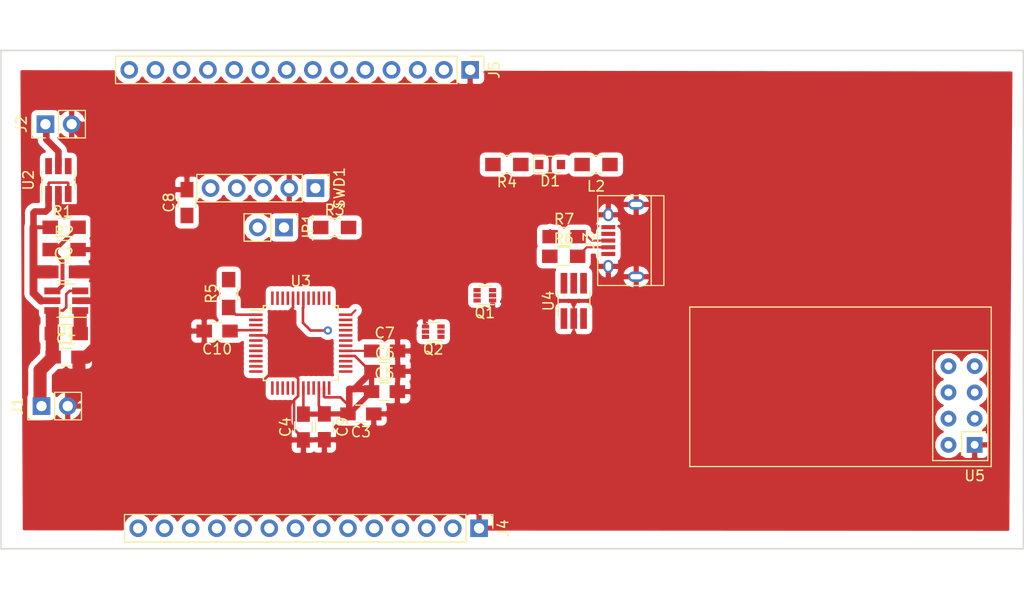
<source format=kicad_pcb>
(kicad_pcb (version 20171130) (host pcbnew 5.0.0+dfsg1-1)

  (general
    (thickness 1.6)
    (drawings 4)
    (tracks 134)
    (zones 0)
    (modules 34)
    (nets 90)
  )

  (page A4)
  (layers
    (0 F.Cu signal)
    (31 B.Cu signal)
    (32 B.Adhes user)
    (33 F.Adhes user)
    (34 B.Paste user)
    (35 F.Paste user)
    (36 B.SilkS user)
    (37 F.SilkS user)
    (38 B.Mask user)
    (39 F.Mask user)
    (40 Dwgs.User user)
    (41 Cmts.User user)
    (42 Eco1.User user)
    (43 Eco2.User user)
    (44 Edge.Cuts user)
    (45 Margin user)
    (46 B.CrtYd user)
    (47 F.CrtYd user)
    (48 B.Fab user)
    (49 F.Fab user)
  )

  (setup
    (last_trace_width 0.25)
    (user_trace_width 0.2032)
    (user_trace_width 0.381)
    (user_trace_width 0.508)
    (user_trace_width 0.635)
    (user_trace_width 0.762)
    (user_trace_width 1.27)
    (trace_clearance 0.15)
    (zone_clearance 0.508)
    (zone_45_only no)
    (trace_min 0.18)
    (segment_width 0.2)
    (edge_width 0.15)
    (via_size 0.8)
    (via_drill 0.4)
    (via_min_size 0.4)
    (via_min_drill 0.3)
    (uvia_size 0.3)
    (uvia_drill 0.1)
    (uvias_allowed no)
    (uvia_min_size 0.2)
    (uvia_min_drill 0.1)
    (pcb_text_width 0.3)
    (pcb_text_size 1.5 1.5)
    (mod_edge_width 0.15)
    (mod_text_size 1 1)
    (mod_text_width 0.15)
    (pad_size 1.524 1.524)
    (pad_drill 0.762)
    (pad_to_mask_clearance 0.2)
    (aux_axis_origin 0 0)
    (visible_elements FFFFFF7F)
    (pcbplotparams
      (layerselection 0x010fc_ffffffff)
      (usegerberextensions false)
      (usegerberattributes false)
      (usegerberadvancedattributes false)
      (creategerberjobfile false)
      (excludeedgelayer true)
      (linewidth 0.100000)
      (plotframeref false)
      (viasonmask false)
      (mode 1)
      (useauxorigin false)
      (hpglpennumber 1)
      (hpglpenspeed 20)
      (hpglpendiameter 15.000000)
      (psnegative false)
      (psa4output false)
      (plotreference true)
      (plotvalue true)
      (plotinvisibletext false)
      (padsonsilk false)
      (subtractmaskfromsilk false)
      (outputformat 1)
      (mirror false)
      (drillshape 1)
      (scaleselection 1)
      (outputdirectory ""))
  )

  (net 0 "")
  (net 1 GND)
  (net 2 "Net-(L1-Pad2)")
  (net 3 /power/Vsw)
  (net 4 /power/Vfb)
  (net 5 3.3V)
  (net 6 "Net-(C7-Pad1)")
  (net 7 RESET)
  (net 8 Vin)
  (net 9 "Net-(D1-Pad1)")
  (net 10 /USB/USB_5V)
  (net 11 "Net-(J3-Pad1)")
  (net 12 "Net-(J3-Pad2)")
  (net 13 "Net-(J3-Pad3)")
  (net 14 /USB/ID)
  (net 15 "Net-(JP1-Pad1)")
  (net 16 "Net-(JP1-Pad2)")
  (net 17 USB_DMPU)
  (net 18 /USB/D-)
  (net 19 /USB/D+)
  (net 20 "Net-(Q1-Pad3)")
  (net 21 OUT_OD1)
  (net 22 "Net-(Q1-Pad2)")
  (net 23 "Net-(Q1-Pad5)")
  (net 24 "Net-(Q2-Pad5)")
  (net 25 "Net-(Q2-Pad2)")
  (net 26 AUX2_3.3V)
  (net 27 OUT_OD2)
  (net 28 USART1_CS)
  (net 29 "Net-(U2-Pad4)")
  (net 30 "Net-(U3-Pad48)")
  (net 31 "Net-(U3-Pad47)")
  (net 32 "Net-(U3-Pad46)")
  (net 33 "Net-(U3-Pad45)")
  (net 34 USART1_SCK)
  (net 35 "Net-(U3-Pad34)")
  (net 36 "Net-(U3-Pad33)")
  (net 37 "Net-(U3-Pad32)")
  (net 38 "Net-(U3-Pad31)")
  (net 39 "Net-(U3-Pad30)")
  (net 40 "Net-(U3-Pad27)")
  (net 41 "Net-(U3-Pad26)")
  (net 42 "Net-(U3-Pad24)")
  (net 43 "Net-(U3-Pad21)")
  (net 44 "Net-(U3-Pad20)")
  (net 45 "Net-(U3-Pad17)")
  (net 46 "Net-(U3-Pad15)")
  (net 47 "Net-(U3-Pad14)")
  (net 48 "Net-(U3-Pad13)")
  (net 49 "Net-(U3-Pad12)")
  (net 50 "Net-(U3-Pad11)")
  (net 51 "Net-(U3-Pad10)")
  (net 52 "Net-(U3-Pad9)")
  (net 53 "Net-(U3-Pad8)")
  (net 54 USART1_MISO)
  (net 55 USART1_MOSI)
  (net 56 USART1_CE)
  (net 57 "Net-(U3-Pad2)")
  (net 58 "Net-(U4-Pad3)")
  (net 59 "Net-(U5-Pad8)")
  (net 60 "Net-(J4-Pad14)")
  (net 61 "Net-(J4-Pad13)")
  (net 62 "Net-(J4-Pad12)")
  (net 63 "Net-(J4-Pad11)")
  (net 64 "Net-(J4-Pad10)")
  (net 65 "Net-(J4-Pad9)")
  (net 66 "Net-(J4-Pad8)")
  (net 67 "Net-(J4-Pad7)")
  (net 68 "Net-(J4-Pad6)")
  (net 69 "Net-(J4-Pad5)")
  (net 70 "Net-(J4-Pad4)")
  (net 71 "Net-(J4-Pad3)")
  (net 72 "Net-(J4-Pad2)")
  (net 73 "Net-(J5-Pad2)")
  (net 74 "Net-(J5-Pad3)")
  (net 75 "Net-(J5-Pad4)")
  (net 76 "Net-(J5-Pad5)")
  (net 77 "Net-(J5-Pad6)")
  (net 78 "Net-(J5-Pad7)")
  (net 79 "Net-(J5-Pad8)")
  (net 80 "Net-(J5-Pad9)")
  (net 81 "Net-(J5-Pad10)")
  (net 82 "Net-(J5-Pad11)")
  (net 83 "Net-(J5-Pad12)")
  (net 84 "Net-(J5-Pad13)")
  (net 85 "Net-(J5-Pad14)")
  (net 86 "Net-(U3-Pad38)")
  (net 87 "Net-(U3-Pad37)")
  (net 88 "Net-(U3-Pad7)")
  (net 89 "Net-(U3-Pad6)")

  (net_class Default "This is the default net class."
    (clearance 0.15)
    (trace_width 0.25)
    (via_dia 0.8)
    (via_drill 0.4)
    (uvia_dia 0.3)
    (uvia_drill 0.1)
    (add_net /USB/D+)
    (add_net /USB/D-)
    (add_net /USB/ID)
    (add_net /USB/USB_5V)
    (add_net /power/Vfb)
    (add_net /power/Vsw)
    (add_net 3.3V)
    (add_net AUX2_3.3V)
    (add_net GND)
    (add_net "Net-(C7-Pad1)")
    (add_net "Net-(D1-Pad1)")
    (add_net "Net-(J3-Pad1)")
    (add_net "Net-(J3-Pad2)")
    (add_net "Net-(J3-Pad3)")
    (add_net "Net-(J4-Pad10)")
    (add_net "Net-(J4-Pad11)")
    (add_net "Net-(J4-Pad12)")
    (add_net "Net-(J4-Pad13)")
    (add_net "Net-(J4-Pad14)")
    (add_net "Net-(J4-Pad2)")
    (add_net "Net-(J4-Pad3)")
    (add_net "Net-(J4-Pad4)")
    (add_net "Net-(J4-Pad5)")
    (add_net "Net-(J4-Pad6)")
    (add_net "Net-(J4-Pad7)")
    (add_net "Net-(J4-Pad8)")
    (add_net "Net-(J4-Pad9)")
    (add_net "Net-(J5-Pad10)")
    (add_net "Net-(J5-Pad11)")
    (add_net "Net-(J5-Pad12)")
    (add_net "Net-(J5-Pad13)")
    (add_net "Net-(J5-Pad14)")
    (add_net "Net-(J5-Pad2)")
    (add_net "Net-(J5-Pad3)")
    (add_net "Net-(J5-Pad4)")
    (add_net "Net-(J5-Pad5)")
    (add_net "Net-(J5-Pad6)")
    (add_net "Net-(J5-Pad7)")
    (add_net "Net-(J5-Pad8)")
    (add_net "Net-(J5-Pad9)")
    (add_net "Net-(JP1-Pad1)")
    (add_net "Net-(JP1-Pad2)")
    (add_net "Net-(L1-Pad2)")
    (add_net "Net-(Q1-Pad2)")
    (add_net "Net-(Q1-Pad3)")
    (add_net "Net-(Q1-Pad5)")
    (add_net "Net-(Q2-Pad2)")
    (add_net "Net-(Q2-Pad5)")
    (add_net "Net-(U2-Pad4)")
    (add_net "Net-(U3-Pad10)")
    (add_net "Net-(U3-Pad11)")
    (add_net "Net-(U3-Pad12)")
    (add_net "Net-(U3-Pad13)")
    (add_net "Net-(U3-Pad14)")
    (add_net "Net-(U3-Pad15)")
    (add_net "Net-(U3-Pad17)")
    (add_net "Net-(U3-Pad2)")
    (add_net "Net-(U3-Pad20)")
    (add_net "Net-(U3-Pad21)")
    (add_net "Net-(U3-Pad24)")
    (add_net "Net-(U3-Pad26)")
    (add_net "Net-(U3-Pad27)")
    (add_net "Net-(U3-Pad30)")
    (add_net "Net-(U3-Pad31)")
    (add_net "Net-(U3-Pad32)")
    (add_net "Net-(U3-Pad33)")
    (add_net "Net-(U3-Pad34)")
    (add_net "Net-(U3-Pad37)")
    (add_net "Net-(U3-Pad38)")
    (add_net "Net-(U3-Pad45)")
    (add_net "Net-(U3-Pad46)")
    (add_net "Net-(U3-Pad47)")
    (add_net "Net-(U3-Pad48)")
    (add_net "Net-(U3-Pad6)")
    (add_net "Net-(U3-Pad7)")
    (add_net "Net-(U3-Pad8)")
    (add_net "Net-(U3-Pad9)")
    (add_net "Net-(U4-Pad3)")
    (add_net "Net-(U5-Pad8)")
    (add_net OUT_OD1)
    (add_net OUT_OD2)
    (add_net RESET)
    (add_net USART1_CE)
    (add_net USART1_CS)
    (add_net USART1_MISO)
    (add_net USART1_MOSI)
    (add_net USART1_SCK)
    (add_net USB_DMPU)
    (add_net Vin)
  )

  (module Resistors_SMD:R_0805_HandSoldering (layer F.Cu) (tedit 58E0A804) (tstamp 5BAA2866)
    (at 42.498 27.305)
    (descr "Resistor SMD 0805, hand soldering")
    (tags "resistor 0805")
    (path /5B84C18A/5B84FC8C)
    (attr smd)
    (fp_text reference R3 (at 0 -1.7) (layer F.SilkS)
      (effects (font (size 1 1) (thickness 0.15)))
    )
    (fp_text value 3.3k (at 0 1.75) (layer F.Fab)
      (effects (font (size 1 1) (thickness 0.15)))
    )
    (fp_line (start 2.35 0.9) (end -2.35 0.9) (layer F.CrtYd) (width 0.05))
    (fp_line (start 2.35 0.9) (end 2.35 -0.9) (layer F.CrtYd) (width 0.05))
    (fp_line (start -2.35 -0.9) (end -2.35 0.9) (layer F.CrtYd) (width 0.05))
    (fp_line (start -2.35 -0.9) (end 2.35 -0.9) (layer F.CrtYd) (width 0.05))
    (fp_line (start -0.6 -0.88) (end 0.6 -0.88) (layer F.SilkS) (width 0.12))
    (fp_line (start 0.6 0.88) (end -0.6 0.88) (layer F.SilkS) (width 0.12))
    (fp_line (start -1 -0.62) (end 1 -0.62) (layer F.Fab) (width 0.1))
    (fp_line (start 1 -0.62) (end 1 0.62) (layer F.Fab) (width 0.1))
    (fp_line (start 1 0.62) (end -1 0.62) (layer F.Fab) (width 0.1))
    (fp_line (start -1 0.62) (end -1 -0.62) (layer F.Fab) (width 0.1))
    (fp_text user %R (at 0 0) (layer F.Fab)
      (effects (font (size 0.5 0.5) (thickness 0.075)))
    )
    (pad 2 smd rect (at 1.35 0) (size 1.5 1.3) (layers F.Cu F.Paste F.Mask)
      (net 5 3.3V))
    (pad 1 smd rect (at -1.35 0) (size 1.5 1.3) (layers F.Cu F.Paste F.Mask)
      (net 15 "Net-(JP1-Pad1)"))
    (model ${KISYS3DMOD}/Resistors_SMD.3dshapes/R_0805.wrl
      (at (xyz 0 0 0))
      (scale (xyz 1 1 1))
      (rotate (xyz 0 0 0))
    )
  )

  (module Resistors_SMD:R_0805_HandSoldering (layer F.Cu) (tedit 58E0A804) (tstamp 5BAA28AA)
    (at 64.723 28.194)
    (descr "Resistor SMD 0805, hand soldering")
    (tags "resistor 0805")
    (path /5B7C2F15/5B7C443D)
    (attr smd)
    (fp_text reference R7 (at 0 -1.7) (layer F.SilkS)
      (effects (font (size 1 1) (thickness 0.15)))
    )
    (fp_text value 15 (at 0 1.75) (layer F.Fab)
      (effects (font (size 1 1) (thickness 0.15)))
    )
    (fp_line (start 2.35 0.9) (end -2.35 0.9) (layer F.CrtYd) (width 0.05))
    (fp_line (start 2.35 0.9) (end 2.35 -0.9) (layer F.CrtYd) (width 0.05))
    (fp_line (start -2.35 -0.9) (end -2.35 0.9) (layer F.CrtYd) (width 0.05))
    (fp_line (start -2.35 -0.9) (end 2.35 -0.9) (layer F.CrtYd) (width 0.05))
    (fp_line (start -0.6 -0.88) (end 0.6 -0.88) (layer F.SilkS) (width 0.12))
    (fp_line (start 0.6 0.88) (end -0.6 0.88) (layer F.SilkS) (width 0.12))
    (fp_line (start -1 -0.62) (end 1 -0.62) (layer F.Fab) (width 0.1))
    (fp_line (start 1 -0.62) (end 1 0.62) (layer F.Fab) (width 0.1))
    (fp_line (start 1 0.62) (end -1 0.62) (layer F.Fab) (width 0.1))
    (fp_line (start -1 0.62) (end -1 -0.62) (layer F.Fab) (width 0.1))
    (fp_text user %R (at 0 0) (layer F.Fab)
      (effects (font (size 0.5 0.5) (thickness 0.075)))
    )
    (pad 2 smd rect (at 1.35 0) (size 1.5 1.3) (layers F.Cu F.Paste F.Mask)
      (net 13 "Net-(J3-Pad3)"))
    (pad 1 smd rect (at -1.35 0) (size 1.5 1.3) (layers F.Cu F.Paste F.Mask)
      (net 19 /USB/D+))
    (model ${KISYS3DMOD}/Resistors_SMD.3dshapes/R_0805.wrl
      (at (xyz 0 0 0))
      (scale (xyz 1 1 1))
      (rotate (xyz 0 0 0))
    )
  )

  (module Housings_QFP:TQFP-48_7x7mm_Pitch0.5mm (layer F.Cu) (tedit 58CC9A48) (tstamp 5B83D166)
    (at 39.2176 38.5064)
    (descr "48 LEAD TQFP 7x7mm (see MICREL TQFP7x7-48LD-PL-1.pdf)")
    (tags "QFP 0.5")
    (path /5B7BE455)
    (attr smd)
    (fp_text reference U3 (at 0 -6) (layer F.SilkS)
      (effects (font (size 1 1) (thickness 0.15)))
    )
    (fp_text value EFM32HG322F64G-B-QFP48 (at 0 6) (layer F.Fab)
      (effects (font (size 1 1) (thickness 0.15)))
    )
    (fp_line (start -3.625 -3.2) (end -5 -3.2) (layer F.SilkS) (width 0.15))
    (fp_line (start 3.625 -3.625) (end 3.1 -3.625) (layer F.SilkS) (width 0.15))
    (fp_line (start 3.625 3.625) (end 3.1 3.625) (layer F.SilkS) (width 0.15))
    (fp_line (start -3.625 3.625) (end -3.1 3.625) (layer F.SilkS) (width 0.15))
    (fp_line (start -3.625 -3.625) (end -3.1 -3.625) (layer F.SilkS) (width 0.15))
    (fp_line (start -3.625 3.625) (end -3.625 3.1) (layer F.SilkS) (width 0.15))
    (fp_line (start 3.625 3.625) (end 3.625 3.1) (layer F.SilkS) (width 0.15))
    (fp_line (start 3.625 -3.625) (end 3.625 -3.1) (layer F.SilkS) (width 0.15))
    (fp_line (start -3.625 -3.625) (end -3.625 -3.2) (layer F.SilkS) (width 0.15))
    (fp_line (start -5.25 5.25) (end 5.25 5.25) (layer F.CrtYd) (width 0.05))
    (fp_line (start -5.25 -5.25) (end 5.25 -5.25) (layer F.CrtYd) (width 0.05))
    (fp_line (start 5.25 -5.25) (end 5.25 5.25) (layer F.CrtYd) (width 0.05))
    (fp_line (start -5.25 -5.25) (end -5.25 5.25) (layer F.CrtYd) (width 0.05))
    (fp_line (start -3.5 -2.5) (end -2.5 -3.5) (layer F.Fab) (width 0.15))
    (fp_line (start -3.5 3.5) (end -3.5 -2.5) (layer F.Fab) (width 0.15))
    (fp_line (start 3.5 3.5) (end -3.5 3.5) (layer F.Fab) (width 0.15))
    (fp_line (start 3.5 -3.5) (end 3.5 3.5) (layer F.Fab) (width 0.15))
    (fp_line (start -2.5 -3.5) (end 3.5 -3.5) (layer F.Fab) (width 0.15))
    (fp_text user %R (at 0 0) (layer F.Fab)
      (effects (font (size 1 1) (thickness 0.15)))
    )
    (pad 48 smd rect (at -2.75 -4.35 90) (size 1.3 0.25) (layers F.Cu F.Paste F.Mask)
      (net 30 "Net-(U3-Pad48)"))
    (pad 47 smd rect (at -2.25 -4.35 90) (size 1.3 0.25) (layers F.Cu F.Paste F.Mask)
      (net 31 "Net-(U3-Pad47)"))
    (pad 46 smd rect (at -1.75 -4.35 90) (size 1.3 0.25) (layers F.Cu F.Paste F.Mask)
      (net 32 "Net-(U3-Pad46)"))
    (pad 45 smd rect (at -1.25 -4.35 90) (size 1.3 0.25) (layers F.Cu F.Paste F.Mask)
      (net 33 "Net-(U3-Pad45)"))
    (pad 44 smd rect (at -0.75 -4.35 90) (size 1.3 0.25) (layers F.Cu F.Paste F.Mask)
      (net 1 GND))
    (pad 43 smd rect (at -0.25 -4.35 90) (size 1.3 0.25) (layers F.Cu F.Paste F.Mask)
      (net 5 3.3V))
    (pad 42 smd rect (at 0.25 -4.35 90) (size 1.3 0.25) (layers F.Cu F.Paste F.Mask)
      (net 25 "Net-(Q2-Pad2)"))
    (pad 41 smd rect (at 0.75 -4.35 90) (size 1.3 0.25) (layers F.Cu F.Paste F.Mask)
      (net 23 "Net-(Q1-Pad5)"))
    (pad 40 smd rect (at 1.25 -4.35 90) (size 1.3 0.25) (layers F.Cu F.Paste F.Mask)
      (net 24 "Net-(Q2-Pad5)"))
    (pad 39 smd rect (at 1.75 -4.35 90) (size 1.3 0.25) (layers F.Cu F.Paste F.Mask)
      (net 22 "Net-(Q1-Pad2)"))
    (pad 38 smd rect (at 2.25 -4.35 90) (size 1.3 0.25) (layers F.Cu F.Paste F.Mask)
      (net 86 "Net-(U3-Pad38)"))
    (pad 37 smd rect (at 2.75 -4.35 90) (size 1.3 0.25) (layers F.Cu F.Paste F.Mask)
      (net 87 "Net-(U3-Pad37)"))
    (pad 36 smd rect (at 4.35 -2.75) (size 1.3 0.25) (layers F.Cu F.Paste F.Mask)
      (net 19 /USB/D+))
    (pad 35 smd rect (at 4.35 -2.25) (size 1.3 0.25) (layers F.Cu F.Paste F.Mask)
      (net 18 /USB/D-))
    (pad 34 smd rect (at 4.35 -1.75) (size 1.3 0.25) (layers F.Cu F.Paste F.Mask)
      (net 35 "Net-(U3-Pad34)"))
    (pad 33 smd rect (at 4.35 -1.25) (size 1.3 0.25) (layers F.Cu F.Paste F.Mask)
      (net 36 "Net-(U3-Pad33)"))
    (pad 32 smd rect (at 4.35 -0.75) (size 1.3 0.25) (layers F.Cu F.Paste F.Mask)
      (net 37 "Net-(U3-Pad32)"))
    (pad 31 smd rect (at 4.35 -0.25) (size 1.3 0.25) (layers F.Cu F.Paste F.Mask)
      (net 38 "Net-(U3-Pad31)"))
    (pad 30 smd rect (at 4.35 0.25) (size 1.3 0.25) (layers F.Cu F.Paste F.Mask)
      (net 39 "Net-(U3-Pad30)"))
    (pad 29 smd rect (at 4.35 0.75) (size 1.3 0.25) (layers F.Cu F.Paste F.Mask)
      (net 6 "Net-(C7-Pad1)"))
    (pad 28 smd rect (at 4.35 1.25) (size 1.3 0.25) (layers F.Cu F.Paste F.Mask)
      (net 5 3.3V))
    (pad 27 smd rect (at 4.35 1.75) (size 1.3 0.25) (layers F.Cu F.Paste F.Mask)
      (net 40 "Net-(U3-Pad27)"))
    (pad 26 smd rect (at 4.35 2.25) (size 1.3 0.25) (layers F.Cu F.Paste F.Mask)
      (net 41 "Net-(U3-Pad26)"))
    (pad 25 smd rect (at 4.35 2.75) (size 1.3 0.25) (layers F.Cu F.Paste F.Mask))
    (pad 24 smd rect (at 2.75 4.35 90) (size 1.3 0.25) (layers F.Cu F.Paste F.Mask)
      (net 42 "Net-(U3-Pad24)"))
    (pad 23 smd rect (at 2.25 4.35 90) (size 1.3 0.25) (layers F.Cu F.Paste F.Mask)
      (net 5 3.3V))
    (pad 22 smd rect (at 1.75 4.35 90) (size 1.3 0.25) (layers F.Cu F.Paste F.Mask)
      (net 5 3.3V))
    (pad 21 smd rect (at 1.25 4.35 90) (size 1.3 0.25) (layers F.Cu F.Paste F.Mask)
      (net 43 "Net-(U3-Pad21)"))
    (pad 20 smd rect (at 0.75 4.35 90) (size 1.3 0.25) (layers F.Cu F.Paste F.Mask)
      (net 44 "Net-(U3-Pad20)"))
    (pad 19 smd rect (at 0.25 4.35 90) (size 1.3 0.25) (layers F.Cu F.Paste F.Mask)
      (net 5 3.3V))
    (pad 18 smd rect (at -0.25 4.35 90) (size 1.3 0.25) (layers F.Cu F.Paste F.Mask)
      (net 1 GND))
    (pad 17 smd rect (at -0.75 4.35 90) (size 1.3 0.25) (layers F.Cu F.Paste F.Mask)
      (net 45 "Net-(U3-Pad17)"))
    (pad 16 smd rect (at -1.25 4.35 90) (size 1.3 0.25) (layers F.Cu F.Paste F.Mask)
      (net 7 RESET))
    (pad 15 smd rect (at -1.75 4.35 90) (size 1.3 0.25) (layers F.Cu F.Paste F.Mask)
      (net 46 "Net-(U3-Pad15)"))
    (pad 14 smd rect (at -2.25 4.35 90) (size 1.3 0.25) (layers F.Cu F.Paste F.Mask)
      (net 47 "Net-(U3-Pad14)"))
    (pad 13 smd rect (at -2.75 4.35 90) (size 1.3 0.25) (layers F.Cu F.Paste F.Mask)
      (net 48 "Net-(U3-Pad13)"))
    (pad 12 smd rect (at -4.35 2.75) (size 1.3 0.25) (layers F.Cu F.Paste F.Mask)
      (net 49 "Net-(U3-Pad12)"))
    (pad 11 smd rect (at -4.35 2.25) (size 1.3 0.25) (layers F.Cu F.Paste F.Mask)
      (net 50 "Net-(U3-Pad11)"))
    (pad 10 smd rect (at -4.35 1.75) (size 1.3 0.25) (layers F.Cu F.Paste F.Mask)
      (net 51 "Net-(U3-Pad10)"))
    (pad 9 smd rect (at -4.35 1.25) (size 1.3 0.25) (layers F.Cu F.Paste F.Mask)
      (net 52 "Net-(U3-Pad9)"))
    (pad 8 smd rect (at -4.35 0.75) (size 1.3 0.25) (layers F.Cu F.Paste F.Mask)
      (net 53 "Net-(U3-Pad8)"))
    (pad 7 smd rect (at -4.35 0.25) (size 1.3 0.25) (layers F.Cu F.Paste F.Mask)
      (net 88 "Net-(U3-Pad7)"))
    (pad 6 smd rect (at -4.35 -0.25) (size 1.3 0.25) (layers F.Cu F.Paste F.Mask)
      (net 89 "Net-(U3-Pad6)"))
    (pad 5 smd rect (at -4.35 -0.75) (size 1.3 0.25) (layers F.Cu F.Paste F.Mask)
      (net 1 GND))
    (pad 4 smd rect (at -4.35 -1.25) (size 1.3 0.25) (layers F.Cu F.Paste F.Mask)
      (net 5 3.3V))
    (pad 3 smd rect (at -4.35 -1.75) (size 1.3 0.25) (layers F.Cu F.Paste F.Mask)
      (net 56 USART1_CE))
    (pad 2 smd rect (at -4.35 -2.25) (size 1.3 0.25) (layers F.Cu F.Paste F.Mask)
      (net 57 "Net-(U3-Pad2)"))
    (pad 1 smd rect (at -4.35 -2.75) (size 1.3 0.25) (layers F.Cu F.Paste F.Mask)
      (net 17 USB_DMPU))
    (model Housings_QFP.3dshapes/TQFP-48_7x7mm_Pitch0.5mm.wrl
      (at (xyz 0 0 0))
      (scale (xyz 1 1 1))
      (rotate (xyz 0 0 0))
    )
  )

  (module Resistors_SMD:R_0805_HandSoldering (layer F.Cu) (tedit 58E0A804) (tstamp 5BAA585A)
    (at 32.2326 33.7058 90)
    (descr "Resistor SMD 0805, hand soldering")
    (tags "resistor 0805")
    (path /5B7C2F15/5B7C536F)
    (attr smd)
    (fp_text reference R5 (at 0 -1.7 90) (layer F.SilkS)
      (effects (font (size 1 1) (thickness 0.15)))
    )
    (fp_text value 3.3k (at 0 1.75 90) (layer F.Fab)
      (effects (font (size 1 1) (thickness 0.15)))
    )
    (fp_text user %R (at -0.1905 -0.0127 90) (layer F.Fab)
      (effects (font (size 0.5 0.5) (thickness 0.075)))
    )
    (fp_line (start -1 0.62) (end -1 -0.62) (layer F.Fab) (width 0.1))
    (fp_line (start 1 0.62) (end -1 0.62) (layer F.Fab) (width 0.1))
    (fp_line (start 1 -0.62) (end 1 0.62) (layer F.Fab) (width 0.1))
    (fp_line (start -1 -0.62) (end 1 -0.62) (layer F.Fab) (width 0.1))
    (fp_line (start 0.6 0.88) (end -0.6 0.88) (layer F.SilkS) (width 0.12))
    (fp_line (start -0.6 -0.88) (end 0.6 -0.88) (layer F.SilkS) (width 0.12))
    (fp_line (start -2.35 -0.9) (end 2.35 -0.9) (layer F.CrtYd) (width 0.05))
    (fp_line (start -2.35 -0.9) (end -2.35 0.9) (layer F.CrtYd) (width 0.05))
    (fp_line (start 2.35 0.9) (end 2.35 -0.9) (layer F.CrtYd) (width 0.05))
    (fp_line (start 2.35 0.9) (end -2.35 0.9) (layer F.CrtYd) (width 0.05))
    (pad 1 smd rect (at -1.35 0 90) (size 1.5 1.3) (layers F.Cu F.Paste F.Mask)
      (net 17 USB_DMPU))
    (pad 2 smd rect (at 1.35 0 90) (size 1.5 1.3) (layers F.Cu F.Paste F.Mask)
      (net 18 /USB/D-))
    (model ${KISYS3DMOD}/Resistors_SMD.3dshapes/R_0805.wrl
      (at (xyz 0 0 0))
      (scale (xyz 1 1 1))
      (rotate (xyz 0 0 0))
    )
  )

  (module Capacitors_SMD:C_0805_HandSoldering (layer F.Cu) (tedit 58AA84A8) (tstamp 5B821F1B)
    (at 16.483801 39.860034)
    (descr "Capacitor SMD 0805, hand soldering")
    (tags "capacitor 0805")
    (path /5B70BF95/5B70C2B7)
    (attr smd)
    (fp_text reference C1 (at 0 -1.75) (layer F.SilkS)
      (effects (font (size 1 1) (thickness 0.15)))
    )
    (fp_text value 10u (at 0 1.75) (layer F.Fab)
      (effects (font (size 1 1) (thickness 0.15)))
    )
    (fp_text user %R (at 0 -1.75) (layer F.Fab)
      (effects (font (size 1 1) (thickness 0.15)))
    )
    (fp_line (start -1 0.62) (end -1 -0.62) (layer F.Fab) (width 0.1))
    (fp_line (start 1 0.62) (end -1 0.62) (layer F.Fab) (width 0.1))
    (fp_line (start 1 -0.62) (end 1 0.62) (layer F.Fab) (width 0.1))
    (fp_line (start -1 -0.62) (end 1 -0.62) (layer F.Fab) (width 0.1))
    (fp_line (start 0.5 -0.85) (end -0.5 -0.85) (layer F.SilkS) (width 0.12))
    (fp_line (start -0.5 0.85) (end 0.5 0.85) (layer F.SilkS) (width 0.12))
    (fp_line (start -2.25 -0.88) (end 2.25 -0.88) (layer F.CrtYd) (width 0.05))
    (fp_line (start -2.25 -0.88) (end -2.25 0.87) (layer F.CrtYd) (width 0.05))
    (fp_line (start 2.25 0.87) (end 2.25 -0.88) (layer F.CrtYd) (width 0.05))
    (fp_line (start 2.25 0.87) (end -2.25 0.87) (layer F.CrtYd) (width 0.05))
    (pad 1 smd rect (at -1.25 0) (size 1.5 1.25) (layers F.Cu F.Paste F.Mask)
      (net 8 Vin))
    (pad 2 smd rect (at 1.25 0) (size 1.5 1.25) (layers F.Cu F.Paste F.Mask)
      (net 1 GND))
    (model Capacitors_SMD.3dshapes/C_0805.wrl
      (at (xyz 0 0 0))
      (scale (xyz 1 1 1))
      (rotate (xyz 0 0 0))
    )
  )

  (module Capacitors_SMD:C_0805_HandSoldering (layer F.Cu) (tedit 58AA84A8) (tstamp 5B821F2C)
    (at 16.249801 31.605034)
    (descr "Capacitor SMD 0805, hand soldering")
    (tags "capacitor 0805")
    (path /5B70BF95/5B70CAB3)
    (attr smd)
    (fp_text reference C2 (at 0 -1.75) (layer F.SilkS)
      (effects (font (size 1 1) (thickness 0.15)))
    )
    (fp_text value 10u (at 0 1.75) (layer F.Fab)
      (effects (font (size 1 1) (thickness 0.15)))
    )
    (fp_line (start 2.25 0.87) (end -2.25 0.87) (layer F.CrtYd) (width 0.05))
    (fp_line (start 2.25 0.87) (end 2.25 -0.88) (layer F.CrtYd) (width 0.05))
    (fp_line (start -2.25 -0.88) (end -2.25 0.87) (layer F.CrtYd) (width 0.05))
    (fp_line (start -2.25 -0.88) (end 2.25 -0.88) (layer F.CrtYd) (width 0.05))
    (fp_line (start -0.5 0.85) (end 0.5 0.85) (layer F.SilkS) (width 0.12))
    (fp_line (start 0.5 -0.85) (end -0.5 -0.85) (layer F.SilkS) (width 0.12))
    (fp_line (start -1 -0.62) (end 1 -0.62) (layer F.Fab) (width 0.1))
    (fp_line (start 1 -0.62) (end 1 0.62) (layer F.Fab) (width 0.1))
    (fp_line (start 1 0.62) (end -1 0.62) (layer F.Fab) (width 0.1))
    (fp_line (start -1 0.62) (end -1 -0.62) (layer F.Fab) (width 0.1))
    (fp_text user %R (at 0 -1.75) (layer F.Fab)
      (effects (font (size 1 1) (thickness 0.15)))
    )
    (pad 2 smd rect (at 1.25 0) (size 1.5 1.25) (layers F.Cu F.Paste F.Mask)
      (net 1 GND))
    (pad 1 smd rect (at -1.25 0) (size 1.5 1.25) (layers F.Cu F.Paste F.Mask)
      (net 3 /power/Vsw))
    (model Capacitors_SMD.3dshapes/C_0805.wrl
      (at (xyz 0 0 0))
      (scale (xyz 1 1 1))
      (rotate (xyz 0 0 0))
    )
  )

  (module Inductors_SMD:L_0805_HandSoldering (layer F.Cu) (tedit 58307B90) (tstamp 5B821F7C)
    (at 16.503801 37.574034)
    (descr "Resistor SMD 0805, hand soldering")
    (tags "resistor 0805")
    (path /5B70BF95/5B70C1CB)
    (attr smd)
    (fp_text reference L1 (at 0 -2.1) (layer F.SilkS)
      (effects (font (size 1 1) (thickness 0.15)))
    )
    (fp_text value 4.7u (at 0 2.1) (layer F.Fab)
      (effects (font (size 1 1) (thickness 0.15)))
    )
    (fp_line (start -1 0.62) (end -1 -0.62) (layer F.Fab) (width 0.1))
    (fp_line (start 1 0.62) (end -1 0.62) (layer F.Fab) (width 0.1))
    (fp_line (start 1 -0.62) (end 1 0.62) (layer F.Fab) (width 0.1))
    (fp_line (start -1 -0.62) (end 1 -0.62) (layer F.Fab) (width 0.1))
    (fp_line (start -2.4 -1) (end 2.4 -1) (layer F.CrtYd) (width 0.05))
    (fp_line (start -2.4 1) (end 2.4 1) (layer F.CrtYd) (width 0.05))
    (fp_line (start -2.4 -1) (end -2.4 1) (layer F.CrtYd) (width 0.05))
    (fp_line (start 2.4 -1) (end 2.4 1) (layer F.CrtYd) (width 0.05))
    (fp_line (start 0.6 0.88) (end -0.6 0.88) (layer F.SilkS) (width 0.12))
    (fp_line (start -0.6 -0.88) (end 0.6 -0.88) (layer F.SilkS) (width 0.12))
    (pad 1 smd rect (at -1.35 0) (size 1.5 1.3) (layers F.Cu F.Paste F.Mask)
      (net 8 Vin))
    (pad 2 smd rect (at 1.35 0) (size 1.5 1.3) (layers F.Cu F.Paste F.Mask)
      (net 2 "Net-(L1-Pad2)"))
    (model Inductors_SMD.3dshapes\L_0805_HandSoldering.wrl
      (at (xyz 0 0 0))
      (scale (xyz 1 1 1))
      (rotate (xyz 0 0 0))
    )
  )

  (module Resistors_SMD:R_0805_HandSoldering (layer F.Cu) (tedit 58E0A804) (tstamp 5B821F8D)
    (at 16.296801 27.287034)
    (descr "Resistor SMD 0805, hand soldering")
    (tags "resistor 0805")
    (path /5B70BF95/5B70C48C)
    (attr smd)
    (fp_text reference R1 (at -0.174 -1.524) (layer F.SilkS)
      (effects (font (size 1 1) (thickness 0.15)))
    )
    (fp_text value 1.8M (at 0 1.75) (layer F.Fab)
      (effects (font (size 1 1) (thickness 0.15)))
    )
    (fp_text user %R (at 0 0) (layer F.Fab)
      (effects (font (size 0.5 0.5) (thickness 0.075)))
    )
    (fp_line (start -1 0.62) (end -1 -0.62) (layer F.Fab) (width 0.1))
    (fp_line (start 1 0.62) (end -1 0.62) (layer F.Fab) (width 0.1))
    (fp_line (start 1 -0.62) (end 1 0.62) (layer F.Fab) (width 0.1))
    (fp_line (start -1 -0.62) (end 1 -0.62) (layer F.Fab) (width 0.1))
    (fp_line (start 0.6 0.88) (end -0.6 0.88) (layer F.SilkS) (width 0.12))
    (fp_line (start -0.6 -0.88) (end 0.6 -0.88) (layer F.SilkS) (width 0.12))
    (fp_line (start -2.35 -0.9) (end 2.35 -0.9) (layer F.CrtYd) (width 0.05))
    (fp_line (start -2.35 -0.9) (end -2.35 0.9) (layer F.CrtYd) (width 0.05))
    (fp_line (start 2.35 0.9) (end 2.35 -0.9) (layer F.CrtYd) (width 0.05))
    (fp_line (start 2.35 0.9) (end -2.35 0.9) (layer F.CrtYd) (width 0.05))
    (pad 1 smd rect (at -1.35 0) (size 1.5 1.3) (layers F.Cu F.Paste F.Mask)
      (net 3 /power/Vsw))
    (pad 2 smd rect (at 1.35 0) (size 1.5 1.3) (layers F.Cu F.Paste F.Mask)
      (net 4 /power/Vfb))
    (model ${KISYS3DMOD}/Resistors_SMD.3dshapes/R_0805.wrl
      (at (xyz 0 0 0))
      (scale (xyz 1 1 1))
      (rotate (xyz 0 0 0))
    )
  )

  (module Resistors_SMD:R_0805_HandSoldering (layer F.Cu) (tedit 58E0A804) (tstamp 5B821F9E)
    (at 16.296801 29.446034)
    (descr "Resistor SMD 0805, hand soldering")
    (tags "resistor 0805")
    (path /5B70BF95/5B70C4FA)
    (attr smd)
    (fp_text reference R2 (at 0 -1.7) (layer F.SilkS)
      (effects (font (size 1 1) (thickness 0.15)))
    )
    (fp_text value 1M (at 0 1.75) (layer F.Fab)
      (effects (font (size 1 1) (thickness 0.15)))
    )
    (fp_line (start 2.35 0.9) (end -2.35 0.9) (layer F.CrtYd) (width 0.05))
    (fp_line (start 2.35 0.9) (end 2.35 -0.9) (layer F.CrtYd) (width 0.05))
    (fp_line (start -2.35 -0.9) (end -2.35 0.9) (layer F.CrtYd) (width 0.05))
    (fp_line (start -2.35 -0.9) (end 2.35 -0.9) (layer F.CrtYd) (width 0.05))
    (fp_line (start -0.6 -0.88) (end 0.6 -0.88) (layer F.SilkS) (width 0.12))
    (fp_line (start 0.6 0.88) (end -0.6 0.88) (layer F.SilkS) (width 0.12))
    (fp_line (start -1 -0.62) (end 1 -0.62) (layer F.Fab) (width 0.1))
    (fp_line (start 1 -0.62) (end 1 0.62) (layer F.Fab) (width 0.1))
    (fp_line (start 1 0.62) (end -1 0.62) (layer F.Fab) (width 0.1))
    (fp_line (start -1 0.62) (end -1 -0.62) (layer F.Fab) (width 0.1))
    (fp_text user %R (at 0 0) (layer F.Fab)
      (effects (font (size 0.5 0.5) (thickness 0.075)))
    )
    (pad 2 smd rect (at 1.35 0) (size 1.5 1.3) (layers F.Cu F.Paste F.Mask)
      (net 1 GND))
    (pad 1 smd rect (at -1.35 0) (size 1.5 1.3) (layers F.Cu F.Paste F.Mask)
      (net 4 /power/Vfb))
    (model ${KISYS3DMOD}/Resistors_SMD.3dshapes/R_0805.wrl
      (at (xyz 0 0 0))
      (scale (xyz 1 1 1))
      (rotate (xyz 0 0 0))
    )
  )

  (module TO_SOT_Packages_SMD:SOT-23-6_Handsoldering (layer F.Cu) (tedit 58CE4E7E) (tstamp 5B821FB4)
    (at 16.503801 34.399034 180)
    (descr "6-pin SOT-23 package, Handsoldering")
    (tags "SOT-23-6 Handsoldering")
    (path /5B70BF95/5B70C04B)
    (attr smd)
    (fp_text reference U1 (at 0 -2.9 180) (layer F.SilkS)
      (effects (font (size 1 1) (thickness 0.15)))
    )
    (fp_text value MCP16252-I_CH (at 0 2.9 180) (layer F.Fab)
      (effects (font (size 1 1) (thickness 0.15)))
    )
    (fp_line (start 0.9 -1.55) (end 0.9 1.55) (layer F.Fab) (width 0.1))
    (fp_line (start 0.9 1.55) (end -0.9 1.55) (layer F.Fab) (width 0.1))
    (fp_line (start -0.9 -0.9) (end -0.9 1.55) (layer F.Fab) (width 0.1))
    (fp_line (start 0.9 -1.55) (end -0.25 -1.55) (layer F.Fab) (width 0.1))
    (fp_line (start -0.9 -0.9) (end -0.25 -1.55) (layer F.Fab) (width 0.1))
    (fp_line (start -2.4 -1.8) (end 2.4 -1.8) (layer F.CrtYd) (width 0.05))
    (fp_line (start 2.4 -1.8) (end 2.4 1.8) (layer F.CrtYd) (width 0.05))
    (fp_line (start 2.4 1.8) (end -2.4 1.8) (layer F.CrtYd) (width 0.05))
    (fp_line (start -2.4 1.8) (end -2.4 -1.8) (layer F.CrtYd) (width 0.05))
    (fp_line (start 0.9 -1.61) (end -2.05 -1.61) (layer F.SilkS) (width 0.12))
    (fp_line (start -0.9 1.61) (end 0.9 1.61) (layer F.SilkS) (width 0.12))
    (fp_text user %R (at 0 0 180) (layer F.Fab)
      (effects (font (size 0.5 0.5) (thickness 0.075)))
    )
    (pad 5 smd rect (at 1.35 0 180) (size 1.56 0.65) (layers F.Cu F.Paste F.Mask)
      (net 3 /power/Vsw))
    (pad 6 smd rect (at 1.35 -0.95 180) (size 1.56 0.65) (layers F.Cu F.Paste F.Mask)
      (net 8 Vin))
    (pad 4 smd rect (at 1.35 0.95 180) (size 1.56 0.65) (layers F.Cu F.Paste F.Mask)
      (net 4 /power/Vfb))
    (pad 3 smd rect (at -1.35 0.95 180) (size 1.56 0.65) (layers F.Cu F.Paste F.Mask)
      (net 8 Vin))
    (pad 2 smd rect (at -1.35 0 180) (size 1.56 0.65) (layers F.Cu F.Paste F.Mask)
      (net 1 GND))
    (pad 1 smd rect (at -1.35 -0.95 180) (size 1.56 0.65) (layers F.Cu F.Paste F.Mask)
      (net 2 "Net-(L1-Pad2)"))
    (model ${KISYS3DMOD}/TO_SOT_Packages_SMD.3dshapes/SOT-23-6.wrl
      (at (xyz 0 0 0))
      (scale (xyz 1 1 1))
      (rotate (xyz 0 0 0))
    )
  )

  (module TO_SOT_Packages_SMD:SOT-23-6_Handsoldering (layer F.Cu) (tedit 58CE4E7E) (tstamp 5B821FCA)
    (at 15.741801 22.715034 90)
    (descr "6-pin SOT-23 package, Handsoldering")
    (tags "SOT-23-6 Handsoldering")
    (path /5B70BF95/5B70C3E8)
    (attr smd)
    (fp_text reference U2 (at 0 -2.9 90) (layer F.SilkS)
      (effects (font (size 1 1) (thickness 0.15)))
    )
    (fp_text value MCP1711 (at 0 2.9 90) (layer F.Fab)
      (effects (font (size 1 1) (thickness 0.15)))
    )
    (fp_text user %R (at 0.0254 -0.0762 90) (layer F.Fab)
      (effects (font (size 0.5 0.5) (thickness 0.075)))
    )
    (fp_line (start -0.9 1.61) (end 0.9 1.61) (layer F.SilkS) (width 0.12))
    (fp_line (start 0.9 -1.61) (end -2.05 -1.61) (layer F.SilkS) (width 0.12))
    (fp_line (start -2.4 1.8) (end -2.4 -1.8) (layer F.CrtYd) (width 0.05))
    (fp_line (start 2.4 1.8) (end -2.4 1.8) (layer F.CrtYd) (width 0.05))
    (fp_line (start 2.4 -1.8) (end 2.4 1.8) (layer F.CrtYd) (width 0.05))
    (fp_line (start -2.4 -1.8) (end 2.4 -1.8) (layer F.CrtYd) (width 0.05))
    (fp_line (start -0.9 -0.9) (end -0.25 -1.55) (layer F.Fab) (width 0.1))
    (fp_line (start 0.9 -1.55) (end -0.25 -1.55) (layer F.Fab) (width 0.1))
    (fp_line (start -0.9 -0.9) (end -0.9 1.55) (layer F.Fab) (width 0.1))
    (fp_line (start 0.9 1.55) (end -0.9 1.55) (layer F.Fab) (width 0.1))
    (fp_line (start 0.9 -1.55) (end 0.9 1.55) (layer F.Fab) (width 0.1))
    (pad 1 smd rect (at -1.35 -0.95 90) (size 1.56 0.65) (layers F.Cu F.Paste F.Mask)
      (net 3 /power/Vsw))
    (pad 2 smd rect (at -1.35 0 90) (size 1.56 0.65) (layers F.Cu F.Paste F.Mask)
      (net 1 GND))
    (pad 3 smd rect (at -1.35 0.95 90) (size 1.56 0.65) (layers F.Cu F.Paste F.Mask)
      (net 3 /power/Vsw))
    (pad 4 smd rect (at 1.35 0.95 90) (size 1.56 0.65) (layers F.Cu F.Paste F.Mask)
      (net 29 "Net-(U2-Pad4)"))
    (pad 6 smd rect (at 1.35 -0.95 90) (size 1.56 0.65) (layers F.Cu F.Paste F.Mask))
    (pad 5 smd rect (at 1.35 0 90) (size 1.56 0.65) (layers F.Cu F.Paste F.Mask)
      (net 5 3.3V))
    (model ${KISYS3DMOD}/TO_SOT_Packages_SMD.3dshapes/SOT-23-6.wrl
      (at (xyz 0 0 0))
      (scale (xyz 1 1 1))
      (rotate (xyz 0 0 0))
    )
  )

  (module Capacitors_SMD:C_0805_HandSoldering (layer F.Cu) (tedit 58AA84A8) (tstamp 5B83BCB9)
    (at 45.0396 45.3644 180)
    (descr "Capacitor SMD 0805, hand soldering")
    (tags "capacitor 0805")
    (path /5B7BECE2)
    (attr smd)
    (fp_text reference C3 (at 0 -1.75 180) (layer F.SilkS)
      (effects (font (size 1 1) (thickness 0.15)))
    )
    (fp_text value 10n (at 0 1.75 180) (layer F.Fab)
      (effects (font (size 1 1) (thickness 0.15)))
    )
    (fp_text user %R (at 0 -1.75 180) (layer F.Fab)
      (effects (font (size 1 1) (thickness 0.15)))
    )
    (fp_line (start -1 0.62) (end -1 -0.62) (layer F.Fab) (width 0.1))
    (fp_line (start 1 0.62) (end -1 0.62) (layer F.Fab) (width 0.1))
    (fp_line (start 1 -0.62) (end 1 0.62) (layer F.Fab) (width 0.1))
    (fp_line (start -1 -0.62) (end 1 -0.62) (layer F.Fab) (width 0.1))
    (fp_line (start 0.5 -0.85) (end -0.5 -0.85) (layer F.SilkS) (width 0.12))
    (fp_line (start -0.5 0.85) (end 0.5 0.85) (layer F.SilkS) (width 0.12))
    (fp_line (start -2.25 -0.88) (end 2.25 -0.88) (layer F.CrtYd) (width 0.05))
    (fp_line (start -2.25 -0.88) (end -2.25 0.87) (layer F.CrtYd) (width 0.05))
    (fp_line (start 2.25 0.87) (end 2.25 -0.88) (layer F.CrtYd) (width 0.05))
    (fp_line (start 2.25 0.87) (end -2.25 0.87) (layer F.CrtYd) (width 0.05))
    (pad 1 smd rect (at -1.25 0 180) (size 1.5 1.25) (layers F.Cu F.Paste F.Mask)
      (net 1 GND))
    (pad 2 smd rect (at 1.25 0 180) (size 1.5 1.25) (layers F.Cu F.Paste F.Mask)
      (net 5 3.3V))
    (model Capacitors_SMD.3dshapes/C_0805.wrl
      (at (xyz 0 0 0))
      (scale (xyz 1 1 1))
      (rotate (xyz 0 0 0))
    )
  )

  (module Capacitors_SMD:C_0805_HandSoldering (layer F.Cu) (tedit 58AA84A8) (tstamp 5B83BCCA)
    (at 39.4716 46.6344 90)
    (descr "Capacitor SMD 0805, hand soldering")
    (tags "capacitor 0805")
    (path /5B7BEC01)
    (attr smd)
    (fp_text reference C4 (at 0 -1.75 90) (layer F.SilkS)
      (effects (font (size 1 1) (thickness 0.15)))
    )
    (fp_text value 10n (at 0 1.75 90) (layer F.Fab)
      (effects (font (size 1 1) (thickness 0.15)))
    )
    (fp_line (start 2.25 0.87) (end -2.25 0.87) (layer F.CrtYd) (width 0.05))
    (fp_line (start 2.25 0.87) (end 2.25 -0.88) (layer F.CrtYd) (width 0.05))
    (fp_line (start -2.25 -0.88) (end -2.25 0.87) (layer F.CrtYd) (width 0.05))
    (fp_line (start -2.25 -0.88) (end 2.25 -0.88) (layer F.CrtYd) (width 0.05))
    (fp_line (start -0.5 0.85) (end 0.5 0.85) (layer F.SilkS) (width 0.12))
    (fp_line (start 0.5 -0.85) (end -0.5 -0.85) (layer F.SilkS) (width 0.12))
    (fp_line (start -1 -0.62) (end 1 -0.62) (layer F.Fab) (width 0.1))
    (fp_line (start 1 -0.62) (end 1 0.62) (layer F.Fab) (width 0.1))
    (fp_line (start 1 0.62) (end -1 0.62) (layer F.Fab) (width 0.1))
    (fp_line (start -1 0.62) (end -1 -0.62) (layer F.Fab) (width 0.1))
    (fp_text user %R (at 0 -1.75 90) (layer F.Fab)
      (effects (font (size 1 1) (thickness 0.15)))
    )
    (pad 2 smd rect (at 1.25 0 90) (size 1.5 1.25) (layers F.Cu F.Paste F.Mask)
      (net 5 3.3V))
    (pad 1 smd rect (at -1.25 0 90) (size 1.5 1.25) (layers F.Cu F.Paste F.Mask)
      (net 1 GND))
    (model Capacitors_SMD.3dshapes/C_0805.wrl
      (at (xyz 0 0 0))
      (scale (xyz 1 1 1))
      (rotate (xyz 0 0 0))
    )
  )

  (module Capacitors_SMD:C_0805_HandSoldering (layer F.Cu) (tedit 58AA84A8) (tstamp 5B83BCDB)
    (at 47.3256 43.2054)
    (descr "Capacitor SMD 0805, hand soldering")
    (tags "capacitor 0805")
    (path /5B7C1632)
    (attr smd)
    (fp_text reference C5 (at 0 -1.75) (layer F.SilkS)
      (effects (font (size 1 1) (thickness 0.15)))
    )
    (fp_text value 10u (at 0 1.75) (layer F.Fab)
      (effects (font (size 1 1) (thickness 0.15)))
    )
    (fp_line (start 2.25 0.87) (end -2.25 0.87) (layer F.CrtYd) (width 0.05))
    (fp_line (start 2.25 0.87) (end 2.25 -0.88) (layer F.CrtYd) (width 0.05))
    (fp_line (start -2.25 -0.88) (end -2.25 0.87) (layer F.CrtYd) (width 0.05))
    (fp_line (start -2.25 -0.88) (end 2.25 -0.88) (layer F.CrtYd) (width 0.05))
    (fp_line (start -0.5 0.85) (end 0.5 0.85) (layer F.SilkS) (width 0.12))
    (fp_line (start 0.5 -0.85) (end -0.5 -0.85) (layer F.SilkS) (width 0.12))
    (fp_line (start -1 -0.62) (end 1 -0.62) (layer F.Fab) (width 0.1))
    (fp_line (start 1 -0.62) (end 1 0.62) (layer F.Fab) (width 0.1))
    (fp_line (start 1 0.62) (end -1 0.62) (layer F.Fab) (width 0.1))
    (fp_line (start -1 0.62) (end -1 -0.62) (layer F.Fab) (width 0.1))
    (fp_text user %R (at 0 -1.75) (layer F.Fab)
      (effects (font (size 1 1) (thickness 0.15)))
    )
    (pad 2 smd rect (at 1.25 0) (size 1.5 1.25) (layers F.Cu F.Paste F.Mask)
      (net 1 GND))
    (pad 1 smd rect (at -1.25 0) (size 1.5 1.25) (layers F.Cu F.Paste F.Mask)
      (net 5 3.3V))
    (model Capacitors_SMD.3dshapes/C_0805.wrl
      (at (xyz 0 0 0))
      (scale (xyz 1 1 1))
      (rotate (xyz 0 0 0))
    )
  )

  (module Capacitors_SMD:C_0805_HandSoldering (layer F.Cu) (tedit 58AA84A8) (tstamp 5B83E842)
    (at 47.3656 41.2369)
    (descr "Capacitor SMD 0805, hand soldering")
    (tags "capacitor 0805")
    (path /5B7C1460)
    (attr smd)
    (fp_text reference C6 (at 0 -1.75) (layer F.SilkS)
      (effects (font (size 1 1) (thickness 0.15)))
    )
    (fp_text value 100n (at 0 1.75) (layer F.Fab)
      (effects (font (size 1 1) (thickness 0.15)))
    )
    (fp_text user %R (at 0 -1.75) (layer F.Fab)
      (effects (font (size 1 1) (thickness 0.15)))
    )
    (fp_line (start -1 0.62) (end -1 -0.62) (layer F.Fab) (width 0.1))
    (fp_line (start 1 0.62) (end -1 0.62) (layer F.Fab) (width 0.1))
    (fp_line (start 1 -0.62) (end 1 0.62) (layer F.Fab) (width 0.1))
    (fp_line (start -1 -0.62) (end 1 -0.62) (layer F.Fab) (width 0.1))
    (fp_line (start 0.5 -0.85) (end -0.5 -0.85) (layer F.SilkS) (width 0.12))
    (fp_line (start -0.5 0.85) (end 0.5 0.85) (layer F.SilkS) (width 0.12))
    (fp_line (start -2.25 -0.88) (end 2.25 -0.88) (layer F.CrtYd) (width 0.05))
    (fp_line (start -2.25 -0.88) (end -2.25 0.87) (layer F.CrtYd) (width 0.05))
    (fp_line (start 2.25 0.87) (end 2.25 -0.88) (layer F.CrtYd) (width 0.05))
    (fp_line (start 2.25 0.87) (end -2.25 0.87) (layer F.CrtYd) (width 0.05))
    (pad 1 smd rect (at -1.25 0) (size 1.5 1.25) (layers F.Cu F.Paste F.Mask)
      (net 5 3.3V))
    (pad 2 smd rect (at 1.25 0) (size 1.5 1.25) (layers F.Cu F.Paste F.Mask)
      (net 1 GND))
    (model Capacitors_SMD.3dshapes/C_0805.wrl
      (at (xyz 0 0 0))
      (scale (xyz 1 1 1))
      (rotate (xyz 0 0 0))
    )
  )

  (module Capacitors_SMD:C_0805_HandSoldering (layer F.Cu) (tedit 58AA84A8) (tstamp 5BAA59A0)
    (at 47.3456 39.2684)
    (descr "Capacitor SMD 0805, hand soldering")
    (tags "capacitor 0805")
    (path /5B7B77FF)
    (attr smd)
    (fp_text reference C7 (at 0 -1.75) (layer F.SilkS)
      (effects (font (size 1 1) (thickness 0.15)))
    )
    (fp_text value 1u (at 0 1.75) (layer F.Fab)
      (effects (font (size 1 1) (thickness 0.15)))
    )
    (fp_text user %R (at 0 -1.75) (layer F.Fab)
      (effects (font (size 1 1) (thickness 0.15)))
    )
    (fp_line (start -1 0.62) (end -1 -0.62) (layer F.Fab) (width 0.1))
    (fp_line (start 1 0.62) (end -1 0.62) (layer F.Fab) (width 0.1))
    (fp_line (start 1 -0.62) (end 1 0.62) (layer F.Fab) (width 0.1))
    (fp_line (start -1 -0.62) (end 1 -0.62) (layer F.Fab) (width 0.1))
    (fp_line (start 0.5 -0.85) (end -0.5 -0.85) (layer F.SilkS) (width 0.12))
    (fp_line (start -0.5 0.85) (end 0.5 0.85) (layer F.SilkS) (width 0.12))
    (fp_line (start -2.25 -0.88) (end 2.25 -0.88) (layer F.CrtYd) (width 0.05))
    (fp_line (start -2.25 -0.88) (end -2.25 0.87) (layer F.CrtYd) (width 0.05))
    (fp_line (start 2.25 0.87) (end 2.25 -0.88) (layer F.CrtYd) (width 0.05))
    (fp_line (start 2.25 0.87) (end -2.25 0.87) (layer F.CrtYd) (width 0.05))
    (pad 1 smd rect (at -1.25 0) (size 1.5 1.25) (layers F.Cu F.Paste F.Mask)
      (net 6 "Net-(C7-Pad1)"))
    (pad 2 smd rect (at 1.25 0) (size 1.5 1.25) (layers F.Cu F.Paste F.Mask)
      (net 1 GND))
    (model Capacitors_SMD.3dshapes/C_0805.wrl
      (at (xyz 0 0 0))
      (scale (xyz 1 1 1))
      (rotate (xyz 0 0 0))
    )
  )

  (module Capacitors_SMD:C_0805_HandSoldering (layer F.Cu) (tedit 58AA84A8) (tstamp 5B83C01F)
    (at 28.194 24.892 90)
    (descr "Capacitor SMD 0805, hand soldering")
    (tags "capacitor 0805")
    (path /5B7BF66E)
    (attr smd)
    (fp_text reference C8 (at 0 -1.75 90) (layer F.SilkS)
      (effects (font (size 1 1) (thickness 0.15)))
    )
    (fp_text value 100n (at 0 1.75 90) (layer F.Fab)
      (effects (font (size 1 1) (thickness 0.15)))
    )
    (fp_line (start 2.25 0.87) (end -2.25 0.87) (layer F.CrtYd) (width 0.05))
    (fp_line (start 2.25 0.87) (end 2.25 -0.88) (layer F.CrtYd) (width 0.05))
    (fp_line (start -2.25 -0.88) (end -2.25 0.87) (layer F.CrtYd) (width 0.05))
    (fp_line (start -2.25 -0.88) (end 2.25 -0.88) (layer F.CrtYd) (width 0.05))
    (fp_line (start -0.5 0.85) (end 0.5 0.85) (layer F.SilkS) (width 0.12))
    (fp_line (start 0.5 -0.85) (end -0.5 -0.85) (layer F.SilkS) (width 0.12))
    (fp_line (start -1 -0.62) (end 1 -0.62) (layer F.Fab) (width 0.1))
    (fp_line (start 1 -0.62) (end 1 0.62) (layer F.Fab) (width 0.1))
    (fp_line (start 1 0.62) (end -1 0.62) (layer F.Fab) (width 0.1))
    (fp_line (start -1 0.62) (end -1 -0.62) (layer F.Fab) (width 0.1))
    (fp_text user %R (at 0 -1.75 90) (layer F.Fab)
      (effects (font (size 1 1) (thickness 0.15)))
    )
    (pad 2 smd rect (at 1.25 0 90) (size 1.5 1.25) (layers F.Cu F.Paste F.Mask)
      (net 1 GND))
    (pad 1 smd rect (at -1.25 0 90) (size 1.5 1.25) (layers F.Cu F.Paste F.Mask)
      (net 5 3.3V))
    (model Capacitors_SMD.3dshapes/C_0805.wrl
      (at (xyz 0 0 0))
      (scale (xyz 1 1 1))
      (rotate (xyz 0 0 0))
    )
  )

  (module Capacitors_SMD:C_0805_HandSoldering (layer F.Cu) (tedit 5B7B7976) (tstamp 5B83BD1F)
    (at 41.5036 46.6144 270)
    (descr "Capacitor SMD 0805, hand soldering")
    (tags "capacitor 0805")
    (path /5B7BF6B8)
    (attr smd)
    (fp_text reference C9 (at 0 -1.75 270) (layer F.SilkS)
      (effects (font (size 1 1) (thickness 0.15)))
    )
    (fp_text value 100n (at 0 1.75 270) (layer F.Fab)
      (effects (font (size 1 1) (thickness 0.15)))
    )
    (fp_text user %R (at 0 -1.75 270) (layer F.Fab)
      (effects (font (size 1 1) (thickness 0.15)))
    )
    (fp_line (start -1 0.62) (end -1 -0.62) (layer F.Fab) (width 0.1))
    (fp_line (start 1 0.62) (end -1 0.62) (layer F.Fab) (width 0.1))
    (fp_line (start 1 -0.62) (end 1 0.62) (layer F.Fab) (width 0.1))
    (fp_line (start -1 -0.62) (end 1 -0.62) (layer F.Fab) (width 0.1))
    (fp_line (start 0.5 -0.85) (end -0.5 -0.85) (layer F.SilkS) (width 0.12))
    (fp_line (start -0.5 0.85) (end 0.5 0.85) (layer F.SilkS) (width 0.12))
    (fp_line (start -2.25 -0.88) (end 2.25 -0.88) (layer F.CrtYd) (width 0.05))
    (fp_line (start -2.25 -0.88) (end -2.25 0.87) (layer F.CrtYd) (width 0.05))
    (fp_line (start 2.25 0.87) (end 2.25 -0.88) (layer F.CrtYd) (width 0.05))
    (fp_line (start 2.25 0.87) (end -2.25 0.87) (layer F.CrtYd) (width 0.05))
    (pad 1 smd rect (at -1.25 0 270) (size 1.5 1.25) (layers F.Cu F.Paste F.Mask)
      (net 5 3.3V))
    (pad 2 smd rect (at 1.25 0 270) (size 1.5 1.25) (layers F.Cu F.Paste F.Mask)
      (net 1 GND))
    (model Capacitors_SMD.3dshapes/C_0805.wrl
      (at (xyz 0 0 0))
      (scale (xyz 1 1 1))
      (rotate (xyz 0 0 0))
    )
  )

  (module Capacitors_SMD:C_0805_HandSoldering (layer F.Cu) (tedit 58AA84A8) (tstamp 5BA8E391)
    (at 31.115 37.338 180)
    (descr "Capacitor SMD 0805, hand soldering")
    (tags "capacitor 0805")
    (path /5B7BF6FA)
    (attr smd)
    (fp_text reference C10 (at 0 -1.75 180) (layer F.SilkS)
      (effects (font (size 1 1) (thickness 0.15)))
    )
    (fp_text value 100n (at 0 1.75 180) (layer F.Fab)
      (effects (font (size 1 1) (thickness 0.15)))
    )
    (fp_line (start 2.25 0.87) (end -2.25 0.87) (layer F.CrtYd) (width 0.05))
    (fp_line (start 2.25 0.87) (end 2.25 -0.88) (layer F.CrtYd) (width 0.05))
    (fp_line (start -2.25 -0.88) (end -2.25 0.87) (layer F.CrtYd) (width 0.05))
    (fp_line (start -2.25 -0.88) (end 2.25 -0.88) (layer F.CrtYd) (width 0.05))
    (fp_line (start -0.5 0.85) (end 0.5 0.85) (layer F.SilkS) (width 0.12))
    (fp_line (start 0.5 -0.85) (end -0.5 -0.85) (layer F.SilkS) (width 0.12))
    (fp_line (start -1 -0.62) (end 1 -0.62) (layer F.Fab) (width 0.1))
    (fp_line (start 1 -0.62) (end 1 0.62) (layer F.Fab) (width 0.1))
    (fp_line (start 1 0.62) (end -1 0.62) (layer F.Fab) (width 0.1))
    (fp_line (start -1 0.62) (end -1 -0.62) (layer F.Fab) (width 0.1))
    (fp_text user %R (at 0 -1.75 180) (layer F.Fab)
      (effects (font (size 1 1) (thickness 0.15)))
    )
    (pad 2 smd rect (at 1.25 0 180) (size 1.5 1.25) (layers F.Cu F.Paste F.Mask)
      (net 1 GND))
    (pad 1 smd rect (at -1.25 0 180) (size 1.5 1.25) (layers F.Cu F.Paste F.Mask)
      (net 5 3.3V))
    (model Capacitors_SMD.3dshapes/C_0805.wrl
      (at (xyz 0 0 0))
      (scale (xyz 1 1 1))
      (rotate (xyz 0 0 0))
    )
  )

  (module Pin_Headers:Pin_Header_Straight_1x05_Pitch2.54mm (layer F.Cu) (tedit 58CD4EC1) (tstamp 5B9A1CD7)
    (at 40.64 23.495 270)
    (descr "Through hole straight pin header, 1x05, 2.54mm pitch, single row")
    (tags "Through hole pin header THT 1x05 2.54mm single row")
    (path /5B84C18A/5B84DE1F)
    (fp_text reference SWD1 (at 0 -2.33 270) (layer F.SilkS)
      (effects (font (size 1 1) (thickness 0.15)))
    )
    (fp_text value Conn_01x05 (at 0 12.49 270) (layer F.Fab)
      (effects (font (size 1 1) (thickness 0.15)))
    )
    (fp_line (start -1.27 -1.27) (end -1.27 11.43) (layer F.Fab) (width 0.1))
    (fp_line (start -1.27 11.43) (end 1.27 11.43) (layer F.Fab) (width 0.1))
    (fp_line (start 1.27 11.43) (end 1.27 -1.27) (layer F.Fab) (width 0.1))
    (fp_line (start 1.27 -1.27) (end -1.27 -1.27) (layer F.Fab) (width 0.1))
    (fp_line (start -1.33 1.27) (end -1.33 11.49) (layer F.SilkS) (width 0.12))
    (fp_line (start -1.33 11.49) (end 1.33 11.49) (layer F.SilkS) (width 0.12))
    (fp_line (start 1.33 11.49) (end 1.33 1.27) (layer F.SilkS) (width 0.12))
    (fp_line (start 1.33 1.27) (end -1.33 1.27) (layer F.SilkS) (width 0.12))
    (fp_line (start -1.33 0) (end -1.33 -1.33) (layer F.SilkS) (width 0.12))
    (fp_line (start -1.33 -1.33) (end 0 -1.33) (layer F.SilkS) (width 0.12))
    (fp_line (start -1.8 -1.8) (end -1.8 11.95) (layer F.CrtYd) (width 0.05))
    (fp_line (start -1.8 11.95) (end 1.8 11.95) (layer F.CrtYd) (width 0.05))
    (fp_line (start 1.8 11.95) (end 1.8 -1.8) (layer F.CrtYd) (width 0.05))
    (fp_line (start 1.8 -1.8) (end -1.8 -1.8) (layer F.CrtYd) (width 0.05))
    (fp_text user %R (at 0 -2.33 270) (layer F.Fab)
      (effects (font (size 1 1) (thickness 0.15)))
    )
    (pad 1 thru_hole rect (at 0 0 270) (size 1.7 1.7) (drill 1) (layers *.Cu *.Mask)
      (net 5 3.3V))
    (pad 2 thru_hole oval (at 0 2.54 270) (size 1.7 1.7) (drill 1) (layers *.Cu *.Mask)
      (net 1 GND))
    (pad 3 thru_hole oval (at 0 5.08 270) (size 1.7 1.7) (drill 1) (layers *.Cu *.Mask)
      (net 16 "Net-(JP1-Pad2)"))
    (pad 4 thru_hole oval (at 0 7.62 270) (size 1.7 1.7) (drill 1) (layers *.Cu *.Mask)
      (net 28 USART1_CS))
    (pad 5 thru_hole oval (at 0 10.16 270) (size 1.7 1.7) (drill 1) (layers *.Cu *.Mask)
      (net 7 RESET))
    (model ${KISYS3DMOD}/Pin_Headers.3dshapes/Pin_Header_Straight_1x05_Pitch2.54mm.wrl
      (offset (xyz 0 -5.079999923706055 0))
      (scale (xyz 1 1 1))
      (rotate (xyz 0 0 90))
    )
  )

  (module Pin_Headers:Pin_Header_Straight_1x02_Pitch2.54mm (layer F.Cu) (tedit 58CD4EC1) (tstamp 5B9A1D82)
    (at 14.106816 44.605613 90)
    (descr "Through hole straight pin header, 1x02, 2.54mm pitch, single row")
    (tags "Through hole pin header THT 1x02 2.54mm single row")
    (path /5B70BF95/5B70CC6D)
    (fp_text reference J1 (at 0 -2.33 90) (layer F.SilkS)
      (effects (font (size 1 1) (thickness 0.15)))
    )
    (fp_text value Conn_01x02 (at 0 4.87 90) (layer F.Fab)
      (effects (font (size 1 1) (thickness 0.15)))
    )
    (fp_line (start -1.27 -1.27) (end -1.27 3.81) (layer F.Fab) (width 0.1))
    (fp_line (start -1.27 3.81) (end 1.27 3.81) (layer F.Fab) (width 0.1))
    (fp_line (start 1.27 3.81) (end 1.27 -1.27) (layer F.Fab) (width 0.1))
    (fp_line (start 1.27 -1.27) (end -1.27 -1.27) (layer F.Fab) (width 0.1))
    (fp_line (start -1.33 1.27) (end -1.33 3.87) (layer F.SilkS) (width 0.12))
    (fp_line (start -1.33 3.87) (end 1.33 3.87) (layer F.SilkS) (width 0.12))
    (fp_line (start 1.33 3.87) (end 1.33 1.27) (layer F.SilkS) (width 0.12))
    (fp_line (start 1.33 1.27) (end -1.33 1.27) (layer F.SilkS) (width 0.12))
    (fp_line (start -1.33 0) (end -1.33 -1.33) (layer F.SilkS) (width 0.12))
    (fp_line (start -1.33 -1.33) (end 0 -1.33) (layer F.SilkS) (width 0.12))
    (fp_line (start -1.8 -1.8) (end -1.8 4.35) (layer F.CrtYd) (width 0.05))
    (fp_line (start -1.8 4.35) (end 1.8 4.35) (layer F.CrtYd) (width 0.05))
    (fp_line (start 1.8 4.35) (end 1.8 -1.8) (layer F.CrtYd) (width 0.05))
    (fp_line (start 1.8 -1.8) (end -1.8 -1.8) (layer F.CrtYd) (width 0.05))
    (fp_text user %R (at 0 -2.33 90) (layer F.Fab)
      (effects (font (size 1 1) (thickness 0.15)))
    )
    (pad 1 thru_hole rect (at 0 0 90) (size 1.7 1.7) (drill 1) (layers *.Cu *.Mask)
      (net 8 Vin))
    (pad 2 thru_hole oval (at 0 2.54 90) (size 1.7 1.7) (drill 1) (layers *.Cu *.Mask)
      (net 1 GND))
    (model ${KISYS3DMOD}/Pin_Headers.3dshapes/Pin_Header_Straight_1x02_Pitch2.54mm.wrl
      (offset (xyz 0 -1.269999980926514 0))
      (scale (xyz 1 1 1))
      (rotate (xyz 0 0 90))
    )
  )

  (module Pin_Headers:Pin_Header_Straight_1x02_Pitch2.54mm (layer F.Cu) (tedit 58CD4EC1) (tstamp 5B9A1D97)
    (at 14.487816 17.300613 90)
    (descr "Through hole straight pin header, 1x02, 2.54mm pitch, single row")
    (tags "Through hole pin header THT 1x02 2.54mm single row")
    (path /5B70BF95/5B70CE1C)
    (fp_text reference J2 (at 0 -2.33 90) (layer F.SilkS)
      (effects (font (size 1 1) (thickness 0.15)))
    )
    (fp_text value Conn_01x02 (at 0 4.87 90) (layer F.Fab)
      (effects (font (size 1 1) (thickness 0.15)))
    )
    (fp_text user %R (at 0 -2.33 90) (layer F.Fab)
      (effects (font (size 1 1) (thickness 0.15)))
    )
    (fp_line (start 1.8 -1.8) (end -1.8 -1.8) (layer F.CrtYd) (width 0.05))
    (fp_line (start 1.8 4.35) (end 1.8 -1.8) (layer F.CrtYd) (width 0.05))
    (fp_line (start -1.8 4.35) (end 1.8 4.35) (layer F.CrtYd) (width 0.05))
    (fp_line (start -1.8 -1.8) (end -1.8 4.35) (layer F.CrtYd) (width 0.05))
    (fp_line (start -1.33 -1.33) (end 0 -1.33) (layer F.SilkS) (width 0.12))
    (fp_line (start -1.33 0) (end -1.33 -1.33) (layer F.SilkS) (width 0.12))
    (fp_line (start 1.33 1.27) (end -1.33 1.27) (layer F.SilkS) (width 0.12))
    (fp_line (start 1.33 3.87) (end 1.33 1.27) (layer F.SilkS) (width 0.12))
    (fp_line (start -1.33 3.87) (end 1.33 3.87) (layer F.SilkS) (width 0.12))
    (fp_line (start -1.33 1.27) (end -1.33 3.87) (layer F.SilkS) (width 0.12))
    (fp_line (start 1.27 -1.27) (end -1.27 -1.27) (layer F.Fab) (width 0.1))
    (fp_line (start 1.27 3.81) (end 1.27 -1.27) (layer F.Fab) (width 0.1))
    (fp_line (start -1.27 3.81) (end 1.27 3.81) (layer F.Fab) (width 0.1))
    (fp_line (start -1.27 -1.27) (end -1.27 3.81) (layer F.Fab) (width 0.1))
    (pad 2 thru_hole oval (at 0 2.54 90) (size 1.7 1.7) (drill 1) (layers *.Cu *.Mask)
      (net 1 GND))
    (pad 1 thru_hole rect (at 0 0 90) (size 1.7 1.7) (drill 1) (layers *.Cu *.Mask)
      (net 5 3.3V))
    (model ${KISYS3DMOD}/Pin_Headers.3dshapes/Pin_Header_Straight_1x02_Pitch2.54mm.wrl
      (offset (xyz 0 -1.269999980926514 0))
      (scale (xyz 1 1 1))
      (rotate (xyz 0 0 90))
    )
  )

  (module Diodes_SMD:D_0805 (layer F.Cu) (tedit 586A4032) (tstamp 5BAA281A)
    (at 63.373 21.209)
    (descr "Diode SMD in 0805 package")
    (tags "smd diode")
    (path /5B7C8DD1)
    (attr smd)
    (fp_text reference D1 (at 0 1.6) (layer F.SilkS)
      (effects (font (size 1 1) (thickness 0.15)))
    )
    (fp_text value D_Schottky (at 0 -1.6) (layer F.Fab)
      (effects (font (size 1 1) (thickness 0.15)))
    )
    (fp_line (start -1.6 -0.8) (end -1.6 0.8) (layer F.SilkS) (width 0.12))
    (fp_line (start -1.7 0.88) (end -1.7 -0.88) (layer F.CrtYd) (width 0.05))
    (fp_line (start 1.7 0.88) (end -1.7 0.88) (layer F.CrtYd) (width 0.05))
    (fp_line (start 1.7 -0.88) (end 1.7 0.88) (layer F.CrtYd) (width 0.05))
    (fp_line (start -1.7 -0.88) (end 1.7 -0.88) (layer F.CrtYd) (width 0.05))
    (fp_line (start 0.2 0) (end 0.4 0) (layer F.Fab) (width 0.1))
    (fp_line (start -0.1 0) (end -0.3 0) (layer F.Fab) (width 0.1))
    (fp_line (start -0.1 -0.2) (end -0.1 0.2) (layer F.Fab) (width 0.1))
    (fp_line (start 0.2 0.2) (end 0.2 -0.2) (layer F.Fab) (width 0.1))
    (fp_line (start -0.1 0) (end 0.2 0.2) (layer F.Fab) (width 0.1))
    (fp_line (start 0.2 -0.2) (end -0.1 0) (layer F.Fab) (width 0.1))
    (fp_line (start -1 0.625) (end -1 -0.625) (layer F.Fab) (width 0.1))
    (fp_line (start 1 0.625) (end -1 0.625) (layer F.Fab) (width 0.1))
    (fp_line (start 1 -0.625) (end 1 0.625) (layer F.Fab) (width 0.1))
    (fp_line (start -1 -0.625) (end 1 -0.625) (layer F.Fab) (width 0.1))
    (fp_line (start -1.6 0.8) (end 1 0.8) (layer F.SilkS) (width 0.12))
    (fp_line (start -1.6 -0.8) (end 1 -0.8) (layer F.SilkS) (width 0.12))
    (pad 1 smd rect (at -1.05 0) (size 0.8 0.9) (layers F.Cu F.Paste F.Mask)
      (net 9 "Net-(D1-Pad1)"))
    (pad 2 smd rect (at 1.05 0) (size 0.8 0.9) (layers F.Cu F.Paste F.Mask)
      (net 10 /USB/USB_5V))
  )

  (module Connectors:USB_Micro-B (layer F.Cu) (tedit 5543E447) (tstamp 5BAA2830)
    (at 70.358 28.575 90)
    (descr "Micro USB Type B Receptacle")
    (tags "USB USB_B USB_micro USB_OTG")
    (path /5B7C2F15/5B7C3C46)
    (attr smd)
    (fp_text reference J3 (at 0 -3.24 90) (layer F.SilkS)
      (effects (font (size 1 1) (thickness 0.15)))
    )
    (fp_text value USB_B_Micro (at 0 5.01 90) (layer F.Fab)
      (effects (font (size 1 1) (thickness 0.15)))
    )
    (fp_line (start -4.6 -2.59) (end 4.6 -2.59) (layer F.CrtYd) (width 0.05))
    (fp_line (start 4.6 -2.59) (end 4.6 4.26) (layer F.CrtYd) (width 0.05))
    (fp_line (start 4.6 4.26) (end -4.6 4.26) (layer F.CrtYd) (width 0.05))
    (fp_line (start -4.6 4.26) (end -4.6 -2.59) (layer F.CrtYd) (width 0.05))
    (fp_line (start -4.35 4.03) (end 4.35 4.03) (layer F.SilkS) (width 0.12))
    (fp_line (start -4.35 -2.38) (end 4.35 -2.38) (layer F.SilkS) (width 0.12))
    (fp_line (start 4.35 -2.38) (end 4.35 4.03) (layer F.SilkS) (width 0.12))
    (fp_line (start 4.35 2.8) (end -4.35 2.8) (layer F.SilkS) (width 0.12))
    (fp_line (start -4.35 4.03) (end -4.35 -2.38) (layer F.SilkS) (width 0.12))
    (pad 1 smd rect (at -1.3 -1.35 180) (size 1.35 0.4) (layers F.Cu F.Paste F.Mask)
      (net 11 "Net-(J3-Pad1)"))
    (pad 2 smd rect (at -0.65 -1.35 180) (size 1.35 0.4) (layers F.Cu F.Paste F.Mask)
      (net 12 "Net-(J3-Pad2)"))
    (pad 3 smd rect (at 0 -1.35 180) (size 1.35 0.4) (layers F.Cu F.Paste F.Mask)
      (net 13 "Net-(J3-Pad3)"))
    (pad 4 smd rect (at 0.65 -1.35 180) (size 1.35 0.4) (layers F.Cu F.Paste F.Mask)
      (net 14 /USB/ID))
    (pad 5 smd rect (at 1.3 -1.35 180) (size 1.35 0.4) (layers F.Cu F.Paste F.Mask)
      (net 1 GND))
    (pad 6 thru_hole oval (at -2.5 -1.35 180) (size 0.95 1.25) (drill oval 0.55 0.85) (layers *.Cu *.Mask)
      (net 1 GND))
    (pad 6 thru_hole oval (at 2.5 -1.35 180) (size 0.95 1.25) (drill oval 0.55 0.85) (layers *.Cu *.Mask)
      (net 1 GND))
    (pad 6 thru_hole oval (at -3.5 1.35 180) (size 1.55 1) (drill oval 1.15 0.5) (layers *.Cu *.Mask)
      (net 1 GND))
    (pad 6 thru_hole oval (at 3.5 1.35 180) (size 1.55 1) (drill oval 1.15 0.5) (layers *.Cu *.Mask)
      (net 1 GND))
  )

  (module Pin_Headers:Pin_Header_Straight_1x02_Pitch2.54mm (layer F.Cu) (tedit 58CD4EC1) (tstamp 5BAA2845)
    (at 37.592 27.305 270)
    (descr "Through hole straight pin header, 1x02, 2.54mm pitch, single row")
    (tags "Through hole pin header THT 1x02 2.54mm single row")
    (path /5B84C18A/5B84FC84)
    (fp_text reference JP1 (at 0 -2.33 270) (layer F.SilkS)
      (effects (font (size 1 1) (thickness 0.15)))
    )
    (fp_text value Prog (at 0 4.87 270) (layer F.Fab)
      (effects (font (size 1 1) (thickness 0.15)))
    )
    (fp_line (start -1.27 -1.27) (end -1.27 3.81) (layer F.Fab) (width 0.1))
    (fp_line (start -1.27 3.81) (end 1.27 3.81) (layer F.Fab) (width 0.1))
    (fp_line (start 1.27 3.81) (end 1.27 -1.27) (layer F.Fab) (width 0.1))
    (fp_line (start 1.27 -1.27) (end -1.27 -1.27) (layer F.Fab) (width 0.1))
    (fp_line (start -1.33 1.27) (end -1.33 3.87) (layer F.SilkS) (width 0.12))
    (fp_line (start -1.33 3.87) (end 1.33 3.87) (layer F.SilkS) (width 0.12))
    (fp_line (start 1.33 3.87) (end 1.33 1.27) (layer F.SilkS) (width 0.12))
    (fp_line (start 1.33 1.27) (end -1.33 1.27) (layer F.SilkS) (width 0.12))
    (fp_line (start -1.33 0) (end -1.33 -1.33) (layer F.SilkS) (width 0.12))
    (fp_line (start -1.33 -1.33) (end 0 -1.33) (layer F.SilkS) (width 0.12))
    (fp_line (start -1.8 -1.8) (end -1.8 4.35) (layer F.CrtYd) (width 0.05))
    (fp_line (start -1.8 4.35) (end 1.8 4.35) (layer F.CrtYd) (width 0.05))
    (fp_line (start 1.8 4.35) (end 1.8 -1.8) (layer F.CrtYd) (width 0.05))
    (fp_line (start 1.8 -1.8) (end -1.8 -1.8) (layer F.CrtYd) (width 0.05))
    (fp_text user %R (at 0 -2.33 270) (layer F.Fab)
      (effects (font (size 1 1) (thickness 0.15)))
    )
    (pad 1 thru_hole rect (at 0 0 270) (size 1.7 1.7) (drill 1) (layers *.Cu *.Mask)
      (net 15 "Net-(JP1-Pad1)"))
    (pad 2 thru_hole oval (at 0 2.54 270) (size 1.7 1.7) (drill 1) (layers *.Cu *.Mask)
      (net 16 "Net-(JP1-Pad2)"))
    (model ${KISYS3DMOD}/Pin_Headers.3dshapes/Pin_Header_Straight_1x02_Pitch2.54mm.wrl
      (offset (xyz 0 -1.269999980926514 0))
      (scale (xyz 1 1 1))
      (rotate (xyz 0 0 90))
    )
  )

  (module Inductors_SMD:L_0805_HandSoldering (layer F.Cu) (tedit 58307B90) (tstamp 5BAA2855)
    (at 67.818 21.209 180)
    (descr "Resistor SMD 0805, hand soldering")
    (tags "resistor 0805")
    (path /5B7C2F15/5B7C4286)
    (attr smd)
    (fp_text reference L2 (at 0 -2.1 180) (layer F.SilkS)
      (effects (font (size 1 1) (thickness 0.15)))
    )
    (fp_text value BLM21PG221 (at 0 2.1 180) (layer F.Fab)
      (effects (font (size 1 1) (thickness 0.15)))
    )
    (fp_line (start -1 0.62) (end -1 -0.62) (layer F.Fab) (width 0.1))
    (fp_line (start 1 0.62) (end -1 0.62) (layer F.Fab) (width 0.1))
    (fp_line (start 1 -0.62) (end 1 0.62) (layer F.Fab) (width 0.1))
    (fp_line (start -1 -0.62) (end 1 -0.62) (layer F.Fab) (width 0.1))
    (fp_line (start -2.4 -1) (end 2.4 -1) (layer F.CrtYd) (width 0.05))
    (fp_line (start -2.4 1) (end 2.4 1) (layer F.CrtYd) (width 0.05))
    (fp_line (start -2.4 -1) (end -2.4 1) (layer F.CrtYd) (width 0.05))
    (fp_line (start 2.4 -1) (end 2.4 1) (layer F.CrtYd) (width 0.05))
    (fp_line (start 0.6 0.88) (end -0.6 0.88) (layer F.SilkS) (width 0.12))
    (fp_line (start -0.6 -0.88) (end 0.6 -0.88) (layer F.SilkS) (width 0.12))
    (pad 1 smd rect (at -1.35 0 180) (size 1.5 1.3) (layers F.Cu F.Paste F.Mask)
      (net 11 "Net-(J3-Pad1)"))
    (pad 2 smd rect (at 1.35 0 180) (size 1.5 1.3) (layers F.Cu F.Paste F.Mask)
      (net 10 /USB/USB_5V))
    (model Inductors_SMD.3dshapes\L_0805_HandSoldering.wrl
      (at (xyz 0 0 0))
      (scale (xyz 1 1 1))
      (rotate (xyz 0 0 0))
    )
  )

  (module Resistors_SMD:R_0805_HandSoldering (layer F.Cu) (tedit 58E0A804) (tstamp 5BAA5440)
    (at 59.182 21.209 180)
    (descr "Resistor SMD 0805, hand soldering")
    (tags "resistor 0805")
    (path /5B7C8F9D)
    (attr smd)
    (fp_text reference R4 (at 0 -1.7 180) (layer F.SilkS)
      (effects (font (size 1 1) (thickness 0.15)))
    )
    (fp_text value 100 (at 0 1.75 180) (layer F.Fab)
      (effects (font (size 1 1) (thickness 0.15)))
    )
    (fp_text user %R (at 0 0 180) (layer F.Fab)
      (effects (font (size 0.5 0.5) (thickness 0.075)))
    )
    (fp_line (start -1 0.62) (end -1 -0.62) (layer F.Fab) (width 0.1))
    (fp_line (start 1 0.62) (end -1 0.62) (layer F.Fab) (width 0.1))
    (fp_line (start 1 -0.62) (end 1 0.62) (layer F.Fab) (width 0.1))
    (fp_line (start -1 -0.62) (end 1 -0.62) (layer F.Fab) (width 0.1))
    (fp_line (start 0.6 0.88) (end -0.6 0.88) (layer F.SilkS) (width 0.12))
    (fp_line (start -0.6 -0.88) (end 0.6 -0.88) (layer F.SilkS) (width 0.12))
    (fp_line (start -2.35 -0.9) (end 2.35 -0.9) (layer F.CrtYd) (width 0.05))
    (fp_line (start -2.35 -0.9) (end -2.35 0.9) (layer F.CrtYd) (width 0.05))
    (fp_line (start 2.35 0.9) (end 2.35 -0.9) (layer F.CrtYd) (width 0.05))
    (fp_line (start 2.35 0.9) (end -2.35 0.9) (layer F.CrtYd) (width 0.05))
    (pad 1 smd rect (at -1.35 0 180) (size 1.5 1.3) (layers F.Cu F.Paste F.Mask)
      (net 9 "Net-(D1-Pad1)"))
    (pad 2 smd rect (at 1.35 0 180) (size 1.5 1.3) (layers F.Cu F.Paste F.Mask)
      (net 8 Vin))
    (model ${KISYS3DMOD}/Resistors_SMD.3dshapes/R_0805.wrl
      (at (xyz 0 0 0))
      (scale (xyz 1 1 1))
      (rotate (xyz 0 0 0))
    )
  )

  (module Resistors_SMD:R_0805_HandSoldering (layer F.Cu) (tedit 58E0A804) (tstamp 5BAA2899)
    (at 64.69 30.099)
    (descr "Resistor SMD 0805, hand soldering")
    (tags "resistor 0805")
    (path /5B7C2F15/5B7C4522)
    (attr smd)
    (fp_text reference R6 (at 0 -1.7) (layer F.SilkS)
      (effects (font (size 1 1) (thickness 0.15)))
    )
    (fp_text value 15 (at 0 1.75) (layer F.Fab)
      (effects (font (size 1 1) (thickness 0.15)))
    )
    (fp_text user %R (at 0 0) (layer F.Fab)
      (effects (font (size 0.5 0.5) (thickness 0.075)))
    )
    (fp_line (start -1 0.62) (end -1 -0.62) (layer F.Fab) (width 0.1))
    (fp_line (start 1 0.62) (end -1 0.62) (layer F.Fab) (width 0.1))
    (fp_line (start 1 -0.62) (end 1 0.62) (layer F.Fab) (width 0.1))
    (fp_line (start -1 -0.62) (end 1 -0.62) (layer F.Fab) (width 0.1))
    (fp_line (start 0.6 0.88) (end -0.6 0.88) (layer F.SilkS) (width 0.12))
    (fp_line (start -0.6 -0.88) (end 0.6 -0.88) (layer F.SilkS) (width 0.12))
    (fp_line (start -2.35 -0.9) (end 2.35 -0.9) (layer F.CrtYd) (width 0.05))
    (fp_line (start -2.35 -0.9) (end -2.35 0.9) (layer F.CrtYd) (width 0.05))
    (fp_line (start 2.35 0.9) (end 2.35 -0.9) (layer F.CrtYd) (width 0.05))
    (fp_line (start 2.35 0.9) (end -2.35 0.9) (layer F.CrtYd) (width 0.05))
    (pad 1 smd rect (at -1.35 0) (size 1.5 1.3) (layers F.Cu F.Paste F.Mask)
      (net 18 /USB/D-))
    (pad 2 smd rect (at 1.35 0) (size 1.5 1.3) (layers F.Cu F.Paste F.Mask)
      (net 12 "Net-(J3-Pad2)"))
    (model ${KISYS3DMOD}/Resistors_SMD.3dshapes/R_0805.wrl
      (at (xyz 0 0 0))
      (scale (xyz 1 1 1))
      (rotate (xyz 0 0 0))
    )
  )

  (module TO_SOT_Packages_SMD:TSOT-23-6_MK06A_HandSoldering (layer F.Cu) (tedit 58CE4E80) (tstamp 5BAA28C0)
    (at 65.659 34.417 90)
    (descr "6-pin TSOT23 package, http://cds.linear.com/docs/en/packaging/SOT_6_05-08-1636.pdf")
    (tags "TSOT-23-6 MK06A TSOT-6 Hand-soldering")
    (path /5B7C2F15/5B7C4082)
    (attr smd)
    (fp_text reference U4 (at 0 -2.45 90) (layer F.SilkS)
      (effects (font (size 1 1) (thickness 0.15)))
    )
    (fp_text value IP4220CZ6 (at 0 2.5 90) (layer F.Fab)
      (effects (font (size 1 1) (thickness 0.15)))
    )
    (fp_text user %R (at 0 0 90) (layer F.Fab)
      (effects (font (size 0.5 0.5) (thickness 0.075)))
    )
    (fp_line (start -0.88 1.56) (end 0.88 1.56) (layer F.SilkS) (width 0.12))
    (fp_line (start 0.88 -1.51) (end -1.55 -1.51) (layer F.SilkS) (width 0.12))
    (fp_line (start -0.88 -1) (end -0.43 -1.45) (layer F.Fab) (width 0.1))
    (fp_line (start 0.88 -1.45) (end -0.43 -1.45) (layer F.Fab) (width 0.1))
    (fp_line (start -0.88 -1) (end -0.88 1.45) (layer F.Fab) (width 0.1))
    (fp_line (start 0.88 1.45) (end -0.88 1.45) (layer F.Fab) (width 0.1))
    (fp_line (start 0.88 -1.45) (end 0.88 1.45) (layer F.Fab) (width 0.1))
    (fp_line (start -2.96 -1.7) (end 2.96 -1.7) (layer F.CrtYd) (width 0.05))
    (fp_line (start -2.96 -1.7) (end -2.96 1.7) (layer F.CrtYd) (width 0.05))
    (fp_line (start 2.96 1.7) (end 2.96 -1.7) (layer F.CrtYd) (width 0.05))
    (fp_line (start 2.96 1.7) (end -2.96 1.7) (layer F.CrtYd) (width 0.05))
    (pad 1 smd rect (at -1.71 -0.95 90) (size 2 0.65) (layers F.Cu F.Paste F.Mask)
      (net 14 /USB/ID))
    (pad 2 smd rect (at -1.71 0 90) (size 2 0.65) (layers F.Cu F.Paste F.Mask)
      (net 1 GND))
    (pad 3 smd rect (at -1.71 0.95 90) (size 2 0.65) (layers F.Cu F.Paste F.Mask)
      (net 58 "Net-(U4-Pad3)"))
    (pad 4 smd rect (at 1.71 0.95 90) (size 2 0.65) (layers F.Cu F.Paste F.Mask)
      (net 12 "Net-(J3-Pad2)"))
    (pad 5 smd rect (at 1.71 0 90) (size 2 0.65) (layers F.Cu F.Paste F.Mask)
      (net 11 "Net-(J3-Pad1)"))
    (pad 6 smd rect (at 1.71 -0.95 90) (size 2 0.65) (layers F.Cu F.Paste F.Mask)
      (net 13 "Net-(J3-Pad3)"))
    (model ${KISYS3DMOD}/TO_SOT_Packages_SMD.3dshapes/TSOT-23-6_MK06A.wrl
      (at (xyz 0 0 0))
      (scale (xyz 1 1 1))
      (rotate (xyz 0 0 0))
    )
  )

  (module Package_TO_SOT_SMD:SOT-563 (layer F.Cu) (tedit 5B089930) (tstamp 5B8FAA9A)
    (at 57.044999 33.874999 180)
    (descr SOT563)
    (tags SOT-563)
    (path /5B87816D)
    (attr smd)
    (fp_text reference Q1 (at 0 -1.7 180) (layer F.SilkS)
      (effects (font (size 1 1) (thickness 0.15)))
    )
    (fp_text value NTZD3155C (at 0 1.75 180) (layer F.Fab)
      (effects (font (size 1 1) (thickness 0.15)))
    )
    (fp_text user %R (at 0 0 270) (layer F.Fab)
      (effects (font (size 0.4 0.4) (thickness 0.0625)))
    )
    (fp_line (start -0.65 -0.5) (end -0.3 -0.85) (layer F.Fab) (width 0.1))
    (fp_line (start 0.65 0.9) (end -0.65 0.9) (layer F.SilkS) (width 0.12))
    (fp_line (start -0.9 -0.9) (end 0.65 -0.9) (layer F.SilkS) (width 0.12))
    (fp_line (start -0.65 -0.5) (end -0.65 0.85) (layer F.Fab) (width 0.1))
    (fp_line (start -0.65 0.85) (end 0.65 0.85) (layer F.Fab) (width 0.1))
    (fp_line (start 0.65 0.85) (end 0.65 -0.85) (layer F.Fab) (width 0.1))
    (fp_line (start 0.65 -0.85) (end -0.3 -0.85) (layer F.Fab) (width 0.1))
    (fp_line (start -1.35 -1.1) (end 1.35 -1.1) (layer F.CrtYd) (width 0.05))
    (fp_line (start -1.35 -1.1) (end -1.35 1.1) (layer F.CrtYd) (width 0.05))
    (fp_line (start 1.35 1.1) (end 1.35 -1.1) (layer F.CrtYd) (width 0.05))
    (fp_line (start 1.35 1.1) (end -1.35 1.1) (layer F.CrtYd) (width 0.05))
    (pad 1 smd rect (at -0.75 -0.5 180) (size 0.7 0.4) (layers F.Cu F.Paste F.Mask)
      (net 1 GND))
    (pad 3 smd rect (at -0.75 0.5 180) (size 0.7 0.4) (layers F.Cu F.Paste F.Mask)
      (net 20 "Net-(Q1-Pad3)"))
    (pad 6 smd rect (at 0.75 -0.5 180) (size 0.7 0.4) (layers F.Cu F.Paste F.Mask)
      (net 21 OUT_OD1))
    (pad 2 smd rect (at -0.75 0 180) (size 0.7 0.4) (layers F.Cu F.Paste F.Mask)
      (net 22 "Net-(Q1-Pad2)"))
    (pad 4 smd rect (at 0.75 0.5 180) (size 0.7 0.4) (layers F.Cu F.Paste F.Mask)
      (net 5 3.3V))
    (pad 5 smd rect (at 0.75 0 180) (size 0.7 0.4) (layers F.Cu F.Paste F.Mask)
      (net 23 "Net-(Q1-Pad5)"))
    (model ${KISYS3DMOD}/Package_TO_SOT_SMD.3dshapes/SOT-563.wrl
      (at (xyz 0 0 0))
      (scale (xyz 1 1 1))
      (rotate (xyz 0 0 0))
    )
  )

  (module Package_TO_SOT_SMD:SOT-563 (layer F.Cu) (tedit 5B089930) (tstamp 5B8FAAB0)
    (at 52.05 37.4 180)
    (descr SOT563)
    (tags SOT-563)
    (path /5B8789D2)
    (attr smd)
    (fp_text reference Q2 (at 0 -1.7 180) (layer F.SilkS)
      (effects (font (size 1 1) (thickness 0.15)))
    )
    (fp_text value NTZD3155C (at 0 1.75 180) (layer F.Fab)
      (effects (font (size 1 1) (thickness 0.15)))
    )
    (fp_line (start 1.35 1.1) (end -1.35 1.1) (layer F.CrtYd) (width 0.05))
    (fp_line (start 1.35 1.1) (end 1.35 -1.1) (layer F.CrtYd) (width 0.05))
    (fp_line (start -1.35 -1.1) (end -1.35 1.1) (layer F.CrtYd) (width 0.05))
    (fp_line (start -1.35 -1.1) (end 1.35 -1.1) (layer F.CrtYd) (width 0.05))
    (fp_line (start 0.65 -0.85) (end -0.3 -0.85) (layer F.Fab) (width 0.1))
    (fp_line (start 0.65 0.85) (end 0.65 -0.85) (layer F.Fab) (width 0.1))
    (fp_line (start -0.65 0.85) (end 0.65 0.85) (layer F.Fab) (width 0.1))
    (fp_line (start -0.65 -0.5) (end -0.65 0.85) (layer F.Fab) (width 0.1))
    (fp_line (start -0.9 -0.9) (end 0.65 -0.9) (layer F.SilkS) (width 0.12))
    (fp_line (start 0.65 0.9) (end -0.65 0.9) (layer F.SilkS) (width 0.12))
    (fp_line (start -0.65 -0.5) (end -0.3 -0.85) (layer F.Fab) (width 0.1))
    (fp_text user %R (at 1.854999 -0.545001 270) (layer F.Fab)
      (effects (font (size 0.4 0.4) (thickness 0.0625)))
    )
    (pad 5 smd rect (at 0.75 0 180) (size 0.7 0.4) (layers F.Cu F.Paste F.Mask)
      (net 24 "Net-(Q2-Pad5)"))
    (pad 4 smd rect (at 0.75 0.5 180) (size 0.7 0.4) (layers F.Cu F.Paste F.Mask)
      (net 1 GND))
    (pad 2 smd rect (at -0.75 0 180) (size 0.7 0.4) (layers F.Cu F.Paste F.Mask)
      (net 25 "Net-(Q2-Pad2)"))
    (pad 6 smd rect (at 0.75 -0.5 180) (size 0.7 0.4) (layers F.Cu F.Paste F.Mask)
      (net 26 AUX2_3.3V))
    (pad 3 smd rect (at -0.75 0.5 180) (size 0.7 0.4) (layers F.Cu F.Paste F.Mask)
      (net 27 OUT_OD2))
    (pad 1 smd rect (at -0.75 -0.5 180) (size 0.7 0.4) (layers F.Cu F.Paste F.Mask)
      (net 5 3.3V))
    (model ${KISYS3DMOD}/Package_TO_SOT_SMD.3dshapes/SOT-563.wrl
      (at (xyz 0 0 0))
      (scale (xyz 1 1 1))
      (rotate (xyz 0 0 0))
    )
  )

  (module RF_Module:nRF24L01_Breakout (layer F.Cu) (tedit 5A056C61) (tstamp 5B8FAADA)
    (at 104.4956 48.3616 180)
    (descr "nRF24L01 breakout board")
    (tags "nRF24L01 adapter breakout")
    (path /5B83ACA8)
    (fp_text reference U5 (at 0 -3 180) (layer F.SilkS)
      (effects (font (size 1 1) (thickness 0.15)))
    )
    (fp_text value NRF24L01_Breakout (at 13 5 180) (layer F.Fab)
      (effects (font (size 1 1) (thickness 0.15)))
    )
    (fp_line (start -1.5 -2) (end 27.5 -2) (layer F.Fab) (width 0.1))
    (fp_line (start 27.5 -2) (end 27.5 13.25) (layer F.Fab) (width 0.1))
    (fp_line (start 27.5 13.25) (end -1.5 13.25) (layer F.Fab) (width 0.1))
    (fp_line (start -1.5 13.25) (end -1.5 -2) (layer F.Fab) (width 0.1))
    (fp_line (start -1.5 -2) (end -1.5 -2) (layer F.Fab) (width 0.1))
    (fp_line (start -1.27 -1.27) (end 3.81 -1.27) (layer F.Fab) (width 0.1))
    (fp_line (start 3.81 -1.27) (end 3.81 8.89) (layer F.Fab) (width 0.1))
    (fp_line (start 3.81 8.89) (end -1.27 8.89) (layer F.Fab) (width 0.1))
    (fp_line (start -1.27 8.89) (end -1.27 -1.27) (layer F.Fab) (width 0.1))
    (fp_line (start -1.27 -1.27) (end -1.27 -1.27) (layer F.Fab) (width 0.1))
    (fp_line (start -1.27 -1.524) (end 4.064 -1.524) (layer F.SilkS) (width 0.12))
    (fp_line (start 4.064 -1.524) (end 4.064 9.144) (layer F.SilkS) (width 0.12))
    (fp_line (start 4.064 9.144) (end -1.27 9.144) (layer F.SilkS) (width 0.12))
    (fp_line (start -1.27 9.144) (end -1.27 9.144) (layer F.SilkS) (width 0.12))
    (fp_line (start 1.27 -1.016) (end 1.27 1.27) (layer F.SilkS) (width 0.12))
    (fp_line (start 1.27 1.27) (end -1.016 1.27) (layer F.SilkS) (width 0.12))
    (fp_line (start -1.016 1.27) (end -1.016 1.27) (layer F.SilkS) (width 0.12))
    (fp_line (start -1.6 -2.1) (end 27.6 -2.1) (layer F.SilkS) (width 0.12))
    (fp_line (start 27.6 -2.1) (end 27.6 13.35) (layer F.SilkS) (width 0.12))
    (fp_line (start 27.6 13.35) (end -1.6 13.35) (layer F.SilkS) (width 0.12))
    (fp_line (start -1.6 13.35) (end -1.6 -2.1) (layer F.SilkS) (width 0.12))
    (fp_line (start -1.6 -2.1) (end -1.6 -2.1) (layer F.SilkS) (width 0.12))
    (fp_line (start -1.27 9.144) (end -1.27 -1.524) (layer F.SilkS) (width 0.12))
    (fp_line (start -1.27 -1.524) (end -1.27 -1.524) (layer F.SilkS) (width 0.12))
    (fp_line (start 27.75 -2.25) (end -1.75 -2.25) (layer F.CrtYd) (width 0.05))
    (fp_line (start -1.75 -2.25) (end -1.75 13.5) (layer F.CrtYd) (width 0.05))
    (fp_line (start -1.75 13.5) (end 27.75 13.5) (layer F.CrtYd) (width 0.05))
    (fp_line (start 27.75 13.5) (end 27.75 -2.25) (layer F.CrtYd) (width 0.05))
    (fp_line (start 27.75 -2.25) (end 27.75 -2.25) (layer F.CrtYd) (width 0.05))
    (fp_text user %R (at 12.5 2.5 180) (layer F.Fab)
      (effects (font (size 1 1) (thickness 0.15)))
    )
    (pad 1 thru_hole rect (at 0 0 180) (size 1.524 1.524) (drill 0.762) (layers *.Cu *.Mask)
      (net 1 GND))
    (pad 2 thru_hole circle (at 2.54 0 180) (size 1.524 1.524) (drill 0.762) (layers *.Cu *.Mask)
      (net 26 AUX2_3.3V))
    (pad 3 thru_hole circle (at 0 2.54 180) (size 1.524 1.524) (drill 0.762) (layers *.Cu *.Mask)
      (net 56 USART1_CE))
    (pad 4 thru_hole circle (at 2.54 2.54 180) (size 1.524 1.524) (drill 0.762) (layers *.Cu *.Mask)
      (net 28 USART1_CS))
    (pad 5 thru_hole circle (at 0 5.08 180) (size 1.524 1.524) (drill 0.762) (layers *.Cu *.Mask)
      (net 34 USART1_SCK))
    (pad 6 thru_hole circle (at 2.54 5.08 180) (size 1.524 1.524) (drill 0.762) (layers *.Cu *.Mask)
      (net 54 USART1_MISO))
    (pad 7 thru_hole circle (at 0 7.62 180) (size 1.524 1.524) (drill 0.762) (layers *.Cu *.Mask)
      (net 55 USART1_MOSI))
    (pad 8 thru_hole circle (at 2.54 7.62 180) (size 1.524 1.524) (drill 0.762) (layers *.Cu *.Mask)
      (net 59 "Net-(U5-Pad8)"))
    (model ${KISYS3DMOD}/RF_Module.3dshapes/nRF24L01_Breakout.wrl
      (at (xyz 0 0 0))
      (scale (xyz 1 1 1))
      (rotate (xyz 0 0 0))
    )
  )

  (module Connector_PinHeader_2.54mm:PinHeader_1x14_P2.54mm_Vertical (layer F.Cu) (tedit 59FED5CC) (tstamp 5BA8DF30)
    (at 56.4896 56.4388 270)
    (descr "Through hole straight pin header, 1x14, 2.54mm pitch, single row")
    (tags "Through hole pin header THT 1x14 2.54mm single row")
    (path /5B9BD2D8)
    (fp_text reference J4 (at 0 -2.33 270) (layer F.SilkS)
      (effects (font (size 1 1) (thickness 0.15)))
    )
    (fp_text value Conn_01x14_Male (at 0 35.35 270) (layer F.Fab)
      (effects (font (size 1 1) (thickness 0.15)))
    )
    (fp_text user %R (at 0 16.51) (layer F.Fab)
      (effects (font (size 1 1) (thickness 0.15)))
    )
    (fp_line (start 1.8 -1.8) (end -1.8 -1.8) (layer F.CrtYd) (width 0.05))
    (fp_line (start 1.8 34.8) (end 1.8 -1.8) (layer F.CrtYd) (width 0.05))
    (fp_line (start -1.8 34.8) (end 1.8 34.8) (layer F.CrtYd) (width 0.05))
    (fp_line (start -1.8 -1.8) (end -1.8 34.8) (layer F.CrtYd) (width 0.05))
    (fp_line (start -1.33 -1.33) (end 0 -1.33) (layer F.SilkS) (width 0.12))
    (fp_line (start -1.33 0) (end -1.33 -1.33) (layer F.SilkS) (width 0.12))
    (fp_line (start -1.33 1.27) (end 1.33 1.27) (layer F.SilkS) (width 0.12))
    (fp_line (start 1.33 1.27) (end 1.33 34.35) (layer F.SilkS) (width 0.12))
    (fp_line (start -1.33 1.27) (end -1.33 34.35) (layer F.SilkS) (width 0.12))
    (fp_line (start -1.33 34.35) (end 1.33 34.35) (layer F.SilkS) (width 0.12))
    (fp_line (start -1.27 -0.635) (end -0.635 -1.27) (layer F.Fab) (width 0.1))
    (fp_line (start -1.27 34.29) (end -1.27 -0.635) (layer F.Fab) (width 0.1))
    (fp_line (start 1.27 34.29) (end -1.27 34.29) (layer F.Fab) (width 0.1))
    (fp_line (start 1.27 -1.27) (end 1.27 34.29) (layer F.Fab) (width 0.1))
    (fp_line (start -0.635 -1.27) (end 1.27 -1.27) (layer F.Fab) (width 0.1))
    (pad 14 thru_hole oval (at 0 33.02 270) (size 1.7 1.7) (drill 1) (layers *.Cu *.Mask)
      (net 60 "Net-(J4-Pad14)"))
    (pad 13 thru_hole oval (at 0 30.48 270) (size 1.7 1.7) (drill 1) (layers *.Cu *.Mask)
      (net 61 "Net-(J4-Pad13)"))
    (pad 12 thru_hole oval (at 0 27.94 270) (size 1.7 1.7) (drill 1) (layers *.Cu *.Mask)
      (net 62 "Net-(J4-Pad12)"))
    (pad 11 thru_hole oval (at 0 25.4 270) (size 1.7 1.7) (drill 1) (layers *.Cu *.Mask)
      (net 63 "Net-(J4-Pad11)"))
    (pad 10 thru_hole oval (at 0 22.86 270) (size 1.7 1.7) (drill 1) (layers *.Cu *.Mask)
      (net 64 "Net-(J4-Pad10)"))
    (pad 9 thru_hole oval (at 0 20.32 270) (size 1.7 1.7) (drill 1) (layers *.Cu *.Mask)
      (net 65 "Net-(J4-Pad9)"))
    (pad 8 thru_hole oval (at 0 17.78 270) (size 1.7 1.7) (drill 1) (layers *.Cu *.Mask)
      (net 66 "Net-(J4-Pad8)"))
    (pad 7 thru_hole oval (at 0 15.24 270) (size 1.7 1.7) (drill 1) (layers *.Cu *.Mask)
      (net 67 "Net-(J4-Pad7)"))
    (pad 6 thru_hole oval (at 0 12.7 270) (size 1.7 1.7) (drill 1) (layers *.Cu *.Mask)
      (net 68 "Net-(J4-Pad6)"))
    (pad 5 thru_hole oval (at 0 10.16 270) (size 1.7 1.7) (drill 1) (layers *.Cu *.Mask)
      (net 69 "Net-(J4-Pad5)"))
    (pad 4 thru_hole oval (at 0 7.62 270) (size 1.7 1.7) (drill 1) (layers *.Cu *.Mask)
      (net 70 "Net-(J4-Pad4)"))
    (pad 3 thru_hole oval (at 0 5.08 270) (size 1.7 1.7) (drill 1) (layers *.Cu *.Mask)
      (net 71 "Net-(J4-Pad3)"))
    (pad 2 thru_hole oval (at 0 2.54 270) (size 1.7 1.7) (drill 1) (layers *.Cu *.Mask)
      (net 72 "Net-(J4-Pad2)"))
    (pad 1 thru_hole rect (at 0 0 270) (size 1.7 1.7) (drill 1) (layers *.Cu *.Mask)
      (net 1 GND))
    (model ${KISYS3DMOD}/Connector_PinHeader_2.54mm.3dshapes/PinHeader_1x14_P2.54mm_Vertical.wrl
      (at (xyz 0 0 0))
      (scale (xyz 1 1 1))
      (rotate (xyz 0 0 0))
    )
  )

  (module Connector_PinHeader_2.54mm:PinHeader_1x14_P2.54mm_Vertical (layer F.Cu) (tedit 59FED5CC) (tstamp 5BA8DF52)
    (at 55.626 12.0396 270)
    (descr "Through hole straight pin header, 1x14, 2.54mm pitch, single row")
    (tags "Through hole pin header THT 1x14 2.54mm single row")
    (path /5B9BD408)
    (fp_text reference J5 (at 0 -2.33 270) (layer F.SilkS)
      (effects (font (size 1 1) (thickness 0.15)))
    )
    (fp_text value Conn_01x14_Male (at 0 35.35 270) (layer F.Fab)
      (effects (font (size 1 1) (thickness 0.15)))
    )
    (fp_line (start -0.635 -1.27) (end 1.27 -1.27) (layer F.Fab) (width 0.1))
    (fp_line (start 1.27 -1.27) (end 1.27 34.29) (layer F.Fab) (width 0.1))
    (fp_line (start 1.27 34.29) (end -1.27 34.29) (layer F.Fab) (width 0.1))
    (fp_line (start -1.27 34.29) (end -1.27 -0.635) (layer F.Fab) (width 0.1))
    (fp_line (start -1.27 -0.635) (end -0.635 -1.27) (layer F.Fab) (width 0.1))
    (fp_line (start -1.33 34.35) (end 1.33 34.35) (layer F.SilkS) (width 0.12))
    (fp_line (start -1.33 1.27) (end -1.33 34.35) (layer F.SilkS) (width 0.12))
    (fp_line (start 1.33 1.27) (end 1.33 34.35) (layer F.SilkS) (width 0.12))
    (fp_line (start -1.33 1.27) (end 1.33 1.27) (layer F.SilkS) (width 0.12))
    (fp_line (start -1.33 0) (end -1.33 -1.33) (layer F.SilkS) (width 0.12))
    (fp_line (start -1.33 -1.33) (end 0 -1.33) (layer F.SilkS) (width 0.12))
    (fp_line (start -1.8 -1.8) (end -1.8 34.8) (layer F.CrtYd) (width 0.05))
    (fp_line (start -1.8 34.8) (end 1.8 34.8) (layer F.CrtYd) (width 0.05))
    (fp_line (start 1.8 34.8) (end 1.8 -1.8) (layer F.CrtYd) (width 0.05))
    (fp_line (start 1.8 -1.8) (end -1.8 -1.8) (layer F.CrtYd) (width 0.05))
    (fp_text user %R (at 0 16.51) (layer F.Fab)
      (effects (font (size 1 1) (thickness 0.15)))
    )
    (pad 1 thru_hole rect (at 0 0 270) (size 1.7 1.7) (drill 1) (layers *.Cu *.Mask)
      (net 1 GND))
    (pad 2 thru_hole oval (at 0 2.54 270) (size 1.7 1.7) (drill 1) (layers *.Cu *.Mask)
      (net 73 "Net-(J5-Pad2)"))
    (pad 3 thru_hole oval (at 0 5.08 270) (size 1.7 1.7) (drill 1) (layers *.Cu *.Mask)
      (net 74 "Net-(J5-Pad3)"))
    (pad 4 thru_hole oval (at 0 7.62 270) (size 1.7 1.7) (drill 1) (layers *.Cu *.Mask)
      (net 75 "Net-(J5-Pad4)"))
    (pad 5 thru_hole oval (at 0 10.16 270) (size 1.7 1.7) (drill 1) (layers *.Cu *.Mask)
      (net 76 "Net-(J5-Pad5)"))
    (pad 6 thru_hole oval (at 0 12.7 270) (size 1.7 1.7) (drill 1) (layers *.Cu *.Mask)
      (net 77 "Net-(J5-Pad6)"))
    (pad 7 thru_hole oval (at 0 15.24 270) (size 1.7 1.7) (drill 1) (layers *.Cu *.Mask)
      (net 78 "Net-(J5-Pad7)"))
    (pad 8 thru_hole oval (at 0 17.78 270) (size 1.7 1.7) (drill 1) (layers *.Cu *.Mask)
      (net 79 "Net-(J5-Pad8)"))
    (pad 9 thru_hole oval (at 0 20.32 270) (size 1.7 1.7) (drill 1) (layers *.Cu *.Mask)
      (net 80 "Net-(J5-Pad9)"))
    (pad 10 thru_hole oval (at 0 22.86 270) (size 1.7 1.7) (drill 1) (layers *.Cu *.Mask)
      (net 81 "Net-(J5-Pad10)"))
    (pad 11 thru_hole oval (at 0 25.4 270) (size 1.7 1.7) (drill 1) (layers *.Cu *.Mask)
      (net 82 "Net-(J5-Pad11)"))
    (pad 12 thru_hole oval (at 0 27.94 270) (size 1.7 1.7) (drill 1) (layers *.Cu *.Mask)
      (net 83 "Net-(J5-Pad12)"))
    (pad 13 thru_hole oval (at 0 30.48 270) (size 1.7 1.7) (drill 1) (layers *.Cu *.Mask)
      (net 84 "Net-(J5-Pad13)"))
    (pad 14 thru_hole oval (at 0 33.02 270) (size 1.7 1.7) (drill 1) (layers *.Cu *.Mask)
      (net 85 "Net-(J5-Pad14)"))
    (model ${KISYS3DMOD}/Connector_PinHeader_2.54mm.3dshapes/PinHeader_1x14_P2.54mm_Vertical.wrl
      (at (xyz 0 0 0))
      (scale (xyz 1 1 1))
      (rotate (xyz 0 0 0))
    )
  )

  (gr_line (start 10.16 58.42) (end 10.16 10.16) (layer Edge.Cuts) (width 0.15))
  (gr_line (start 109.22 58.42) (end 10.16 58.42) (layer Edge.Cuts) (width 0.15))
  (gr_line (start 109.22 10.16) (end 109.22 58.42) (layer Edge.Cuts) (width 0.15))
  (gr_line (start 10.16 10.16) (end 109.22 10.16) (layer Edge.Cuts) (width 0.15))

  (segment (start 17.853801 34.399034) (end 19.395801 34.399034) (width 0.65) (layer F.Cu) (net 1) (status 10))
  (segment (start 19.468802 31.605034) (end 19.468802 29.446034) (width 1.27) (layer F.Cu) (net 1))
  (segment (start 17.499801 31.605034) (end 19.468802 31.605034) (width 1.27) (layer F.Cu) (net 1) (status 10))
  (segment (start 17.733801 43.289034) (end 17.733801 39.860034) (width 1.27) (layer F.Cu) (net 1) (status 20))
  (segment (start 16.463801 44.559034) (end 17.733801 43.289034) (width 1.27) (layer F.Cu) (net 1) (status 10))
  (segment (start 18.470803 39.860034) (end 17.733801 39.860034) (width 1.27) (layer F.Cu) (net 1) (status 30))
  (segment (start 19.468802 38.862035) (end 18.470803 39.860034) (width 1.27) (layer F.Cu) (net 1) (status 20))
  (segment (start 18.777801 29.446034) (end 19.468802 29.446034) (width 0.381) (layer F.Cu) (net 1))
  (segment (start 17.646801 29.446034) (end 18.777801 29.446034) (width 0.381) (layer F.Cu) (net 1) (status 10))
  (segment (start 19.468802 29.446034) (end 19.468802 25.299035) (width 1.27) (layer F.Cu) (net 1))
  (segment (start 15.9528 25.362535) (end 19.405302 25.362535) (width 0.635) (layer F.Cu) (net 1))
  (segment (start 15.741801 25.151536) (end 15.9528 25.362535) (width 0.635) (layer F.Cu) (net 1))
  (segment (start 19.405302 25.362535) (end 19.468802 25.299035) (width 0.635) (layer F.Cu) (net 1))
  (segment (start 15.741801 24.065034) (end 15.741801 25.151536) (width 0.635) (layer F.Cu) (net 1) (status 10))
  (segment (start 19.405302 19.408135) (end 17.073401 17.076234) (width 1.27) (layer F.Cu) (net 1) (status 20))
  (segment (start 19.405302 25.362535) (end 19.405302 24.412613) (width 1.27) (layer F.Cu) (net 1) (tstamp 5B83E887))
  (segment (start 48.5756 43.2054) (end 48.4486 43.2054) (width 0.762) (layer F.Cu) (net 1) (status 30))
  (segment (start 39.4916 47.8644) (end 39.4716 47.8844) (width 0.762) (layer F.Cu) (net 1) (status 30))
  (segment (start 48.6156 43.1654) (end 48.5756 43.2054) (width 0.635) (layer F.Cu) (net 1) (status 30))
  (segment (start 19.468802 32.794613) (end 19.468802 38.862035) (width 1.27) (layer F.Cu) (net 1))
  (segment (start 19.468802 31.605034) (end 19.468802 32.794613) (width 1.27) (layer F.Cu) (net 1))
  (segment (start 19.405302 24.412613) (end 19.405302 22.761613) (width 1.27) (layer F.Cu) (net 1))
  (segment (start 19.405302 22.761613) (end 19.405302 19.408135) (width 1.27) (layer F.Cu) (net 1))
  (segment (start 48.5956 41.2169) (end 48.6156 41.2369) (width 0.762) (layer F.Cu) (net 1))
  (segment (start 39.4716 47.7594) (end 39.4716 47.8844) (width 0.25) (layer F.Cu) (net 1))
  (segment (start 38.571599 46.859399) (end 39.4716 47.7594) (width 0.25) (layer F.Cu) (net 1))
  (segment (start 38.571599 44.022403) (end 38.571599 46.859399) (width 0.25) (layer F.Cu) (net 1))
  (segment (start 38.9676 43.626402) (end 38.571599 44.022403) (width 0.25) (layer F.Cu) (net 1))
  (segment (start 38.9676 42.8564) (end 38.9676 43.626402) (width 0.25) (layer F.Cu) (net 1))
  (segment (start 35.7676 37.7564) (end 36.2204 38.2092) (width 0.25) (layer F.Cu) (net 1))
  (segment (start 34.8676 37.7564) (end 35.7676 37.7564) (width 0.25) (layer F.Cu) (net 1))
  (segment (start 38.9676 41.9564) (end 38.9676 42.8564) (width 0.25) (layer F.Cu) (net 1))
  (segment (start 38.718 41.7068) (end 38.9676 41.9564) (width 0.25) (layer F.Cu) (net 1))
  (segment (start 36.2204 41.7068) (end 38.718 41.7068) (width 0.25) (layer F.Cu) (net 1))
  (segment (start 38.4676 35.0564) (end 37.456 36.068) (width 0.25) (layer F.Cu) (net 1))
  (segment (start 38.4676 34.1564) (end 38.4676 35.0564) (width 0.25) (layer F.Cu) (net 1))
  (segment (start 37.456 36.068) (end 37.4396 36.068) (width 0.25) (layer F.Cu) (net 1))
  (segment (start 36.2204 37.2872) (end 36.2204 38.2092) (width 0.25) (layer F.Cu) (net 1))
  (segment (start 37.4396 36.068) (end 36.2204 37.2872) (width 0.25) (layer F.Cu) (net 1))
  (segment (start 36.2204 41.529) (end 36.195 41.529) (width 0.25) (layer F.Cu) (net 1))
  (segment (start 36.2204 38.2092) (end 36.2204 41.529) (width 0.25) (layer F.Cu) (net 1))
  (segment (start 36.2204 41.529) (end 36.2204 41.7068) (width 0.25) (layer F.Cu) (net 1))
  (segment (start 36.195 41.529) (end 33.528 44.196) (width 0.25) (layer F.Cu) (net 1))
  (segment (start 17.853801 35.349034) (end 17.853801 35.716034) (width 0.508) (layer F.Cu) (net 2) (status 10))
  (segment (start 17.853801 35.716034) (end 17.853801 37.574034) (width 1.27) (layer F.Cu) (net 2) (status 20))
  (segment (start 14.067299 34.399034) (end 13.614801 33.946536) (width 0.635) (layer F.Cu) (net 3))
  (segment (start 15.153801 34.399034) (end 14.067299 34.399034) (width 0.635) (layer F.Cu) (net 3) (status 10))
  (segment (start 14.874801 31.605034) (end 14.999801 31.605034) (width 0.635) (layer F.Cu) (net 3) (status 30))
  (segment (start 14.067299 34.399034) (end 13.328801 33.660536) (width 0.762) (layer F.Cu) (net 3))
  (segment (start 14.999801 31.605034) (end 13.709801 31.605034) (width 1.27) (layer F.Cu) (net 3) (status 10))
  (segment (start 13.815801 27.287034) (end 13.328801 27.287034) (width 0.381) (layer F.Cu) (net 3))
  (segment (start 14.946801 27.287034) (end 13.815801 27.287034) (width 0.381) (layer F.Cu) (net 3) (status 10))
  (segment (start 13.328801 33.660536) (end 13.328801 27.287034) (width 0.762) (layer F.Cu) (net 3))
  (segment (start 13.328801 25.890034) (end 13.328801 27.287034) (width 0.635) (layer F.Cu) (net 3))
  (segment (start 14.791801 24.065034) (end 14.791801 25.480034) (width 0.635) (layer F.Cu) (net 3) (status 10))
  (segment (start 14.791801 25.480034) (end 14.508801 25.763034) (width 0.635) (layer F.Cu) (net 3))
  (segment (start 14.508801 25.763034) (end 13.455801 25.763034) (width 0.635) (layer F.Cu) (net 3))
  (segment (start 13.455801 25.763034) (end 13.328801 25.890034) (width 0.635) (layer F.Cu) (net 3))
  (segment (start 14.866802 22.960033) (end 14.791801 23.035034) (width 0.25) (layer F.Cu) (net 3))
  (segment (start 14.791801 23.035034) (end 14.791801 24.065034) (width 0.25) (layer F.Cu) (net 3) (status 20))
  (segment (start 16.6168 22.960033) (end 14.866802 22.960033) (width 0.25) (layer F.Cu) (net 3))
  (segment (start 16.691801 23.035034) (end 16.6168 22.960033) (width 0.25) (layer F.Cu) (net 3))
  (segment (start 16.691801 24.065034) (end 16.691801 23.035034) (width 0.25) (layer F.Cu) (net 3) (status 10))
  (segment (start 15.046801 29.446034) (end 14.946801 29.446034) (width 0.381) (layer F.Cu) (net 4) (status 30))
  (segment (start 16.140302 32.917533) (end 16.140302 30.539535) (width 0.381) (layer F.Cu) (net 4))
  (segment (start 15.608801 33.449034) (end 16.140302 32.917533) (width 0.381) (layer F.Cu) (net 4) (status 10))
  (segment (start 16.140302 30.539535) (end 15.046801 29.446034) (width 0.381) (layer F.Cu) (net 4) (status 20))
  (segment (start 15.153801 33.449034) (end 15.608801 33.449034) (width 0.381) (layer F.Cu) (net 4) (status 30))
  (segment (start 15.487801 29.446034) (end 17.646801 27.287034) (width 0.381) (layer F.Cu) (net 4) (status 30))
  (segment (start 14.946801 29.446034) (end 15.487801 29.446034) (width 0.381) (layer F.Cu) (net 4) (status 30))
  (segment (start 15.741801 19.950034) (end 14.573401 18.781634) (width 0.635) (layer F.Cu) (net 5))
  (segment (start 14.573401 18.781634) (end 14.573401 17.076234) (width 0.635) (layer F.Cu) (net 5) (status 20))
  (segment (start 15.741801 21.365034) (end 15.741801 19.950034) (width 0.635) (layer F.Cu) (net 5) (status 10))
  (segment (start 40.9676 44.5744) (end 41.5036 45.1104) (width 0.25) (layer F.Cu) (net 5) (status 20))
  (segment (start 40.9676 42.7064) (end 40.9676 44.5744) (width 0.25) (layer F.Cu) (net 5) (status 10))
  (segment (start 39.4716 42.7104) (end 39.4676 42.7064) (width 0.25) (layer F.Cu) (net 5) (status 30))
  (segment (start 39.4716 45.3844) (end 39.4716 42.7104) (width 0.25) (layer F.Cu) (net 5) (status 30))
  (segment (start 41.4676 43.6814) (end 41.4676 42.7064) (width 0.25) (layer F.Cu) (net 5) (status 20))
  (segment (start 41.542601 43.756401) (end 41.4676 43.6814) (width 0.25) (layer F.Cu) (net 5))
  (segment (start 43.056601 43.756401) (end 41.542601 43.756401) (width 0.25) (layer F.Cu) (net 5))
  (segment (start 43.7896 44.4894) (end 43.056601 43.756401) (width 0.25) (layer F.Cu) (net 5))
  (segment (start 43.7896 45.3644) (end 43.7896 44.4894) (width 0.25) (layer F.Cu) (net 5) (status 10))
  (segment (start 43.7696 45.3844) (end 43.7896 45.3644) (width 0.381) (layer F.Cu) (net 5) (status 30))
  (segment (start 41.4836 45.3844) (end 41.5036 45.3644) (width 0.508) (layer F.Cu) (net 5) (status 30))
  (segment (start 39.4716 45.3844) (end 41.4836 45.3844) (width 0.508) (layer F.Cu) (net 5) (status 30))
  (segment (start 41.5036 45.3644) (end 43.7896 45.3644) (width 0.508) (layer F.Cu) (net 5) (status 30))
  (segment (start 43.9166 45.3644) (end 46.0756 43.2054) (width 0.508) (layer F.Cu) (net 5) (status 30))
  (segment (start 43.7896 45.3644) (end 43.9166 45.3644) (width 0.508) (layer F.Cu) (net 5) (status 30))
  (segment (start 46.0756 41.2769) (end 46.1156 41.2369) (width 0.508) (layer F.Cu) (net 5) (status 30))
  (segment (start 46.0756 43.2054) (end 46.0756 41.2769) (width 0.508) (layer F.Cu) (net 5) (status 30))
  (segment (start 43.9166 45.2374) (end 43.7896 45.3644) (width 0.635) (layer F.Cu) (net 5) (status 30))
  (segment (start 43.9166 42.9514) (end 43.9166 45.2374) (width 0.635) (layer F.Cu) (net 5) (status 20))
  (segment (start 45.8216 42.9514) (end 46.0756 43.2054) (width 0.635) (layer F.Cu) (net 5) (status 30))
  (segment (start 43.9166 42.9514) (end 45.8216 42.9514) (width 0.635) (layer F.Cu) (net 5) (status 20))
  (segment (start 44.4011 42.9514) (end 46.1156 41.2369) (width 0.635) (layer F.Cu) (net 5) (status 20))
  (segment (start 43.9166 42.9514) (end 44.4011 42.9514) (width 0.635) (layer F.Cu) (net 5))
  (segment (start 44.4676 39.7564) (end 43.5676 39.7564) (width 0.25) (layer F.Cu) (net 5))
  (segment (start 45.9481 41.2369) (end 44.4676 39.7564) (width 0.25) (layer F.Cu) (net 5))
  (segment (start 46.1156 41.2369) (end 45.9481 41.2369) (width 0.25) (layer F.Cu) (net 5))
  (segment (start 32.4466 37.2564) (end 32.365 37.338) (width 0.25) (layer F.Cu) (net 5))
  (segment (start 34.8676 37.2564) (end 32.4466 37.2564) (width 0.25) (layer F.Cu) (net 5))
  (segment (start 46.0836 39.2564) (end 46.0956 39.2684) (width 0.2032) (layer F.Cu) (net 6))
  (segment (start 43.5676 39.2564) (end 46.0836 39.2564) (width 0.2032) (layer F.Cu) (net 6))
  (segment (start 16.823801 33.449034) (end 16.503801 33.769034) (width 0.25) (layer F.Cu) (net 8))
  (segment (start 17.853801 33.449034) (end 16.823801 33.449034) (width 0.25) (layer F.Cu) (net 8) (status 10))
  (segment (start 16.183801 35.349034) (end 15.153801 35.349034) (width 0.25) (layer F.Cu) (net 8) (status 20))
  (segment (start 16.503801 35.029034) (end 16.183801 35.349034) (width 0.25) (layer F.Cu) (net 8))
  (segment (start 16.503801 33.769034) (end 16.503801 35.029034) (width 0.25) (layer F.Cu) (net 8))
  (segment (start 15.153801 35.349034) (end 15.153801 35.741434) (width 0.508) (layer F.Cu) (net 8) (status 10))
  (segment (start 15.153801 35.741434) (end 15.153801 37.574034) (width 1.27) (layer F.Cu) (net 8) (status 20))
  (segment (start 15.153801 39.780034) (end 15.233801 39.860034) (width 1.27) (layer F.Cu) (net 8) (status 30))
  (segment (start 15.153801 37.574034) (end 15.153801 39.780034) (width 1.27) (layer F.Cu) (net 8) (status 30))
  (segment (start 13.963801 41.130034) (end 15.233801 39.860034) (width 1.27) (layer F.Cu) (net 8) (status 20))
  (segment (start 13.963801 44.559034) (end 13.963801 41.130034) (width 1.27) (layer F.Cu) (net 8) (status 10))
  (segment (start 68.896 29.337) (end 69.008 29.225) (width 0.2032) (layer F.Cu) (net 12))
  (segment (start 68.1298 29.225) (end 69.008 29.225) (width 0.2032) (layer F.Cu) (net 12))
  (segment (start 66.914 29.225) (end 69.008 29.225) (width 0.2032) (layer F.Cu) (net 12))
  (segment (start 66.04 30.099) (end 66.914 29.225) (width 0.2032) (layer F.Cu) (net 12))
  (segment (start 68.0422 28.575) (end 68.1298 28.575) (width 0.2032) (layer F.Cu) (net 13))
  (segment (start 68.1298 28.575) (end 69.008 28.575) (width 0.2032) (layer F.Cu) (net 13))
  (segment (start 67.0262 28.194) (end 67.4072 28.575) (width 0.2032) (layer F.Cu) (net 13))
  (segment (start 67.4072 28.575) (end 68.1298 28.575) (width 0.2032) (layer F.Cu) (net 13))
  (segment (start 66.073 28.194) (end 67.0262 28.194) (width 0.2032) (layer F.Cu) (net 13))
  (segment (start 32.9332 35.7564) (end 32.2326 35.0558) (width 0.25) (layer F.Cu) (net 17))
  (segment (start 34.8676 35.7564) (end 32.9332 35.7564) (width 0.25) (layer F.Cu) (net 17))
  (segment (start 44.0926 35.7564) (end 43.5676 35.7564) (width 0.2032) (layer F.Cu) (net 19))
  (segment (start 44.5176 35.3314) (end 44.0926 35.7564) (width 0.2032) (layer F.Cu) (net 19))
  (segment (start 63.01159 27.92041) (end 63.373 27.559) (width 0.2032) (layer F.Cu) (net 19))
  (segment (start 40.171598 37.2844) (end 41.8436 37.2844) (width 0.25) (layer F.Cu) (net 25))
  (segment (start 39.4676 34.1564) (end 39.4676 35.0564) (width 0.25) (layer F.Cu) (net 25))
  (via (at 41.8436 37.2844) (size 0.8) (drill 0.4) (layers F.Cu B.Cu) (net 25))
  (segment (start 39.4676 35.0564) (end 39.431599 35.092401) (width 0.25) (layer F.Cu) (net 25))
  (segment (start 39.431599 35.092401) (end 39.431599 36.544401) (width 0.25) (layer F.Cu) (net 25))
  (segment (start 39.431599 36.544401) (end 40.171598 37.2844) (width 0.25) (layer F.Cu) (net 25))

  (zone (net 1) (net_name GND) (layer F.Cu) (tstamp 5BA8E1B9) (hatch edge 0.508)
    (connect_pads (clearance 0.508))
    (min_thickness 0.254)
    (fill yes (arc_segments 16) (thermal_gap 0.508) (thermal_bridge_width 0.508) (smoothing chamfer))
    (polygon
      (pts
        (xy 12.065 12.065) (xy 108.154301 12.192) (xy 107.8484 56.6928) (xy 12.2936 56.642)
      )
    )
    (filled_polygon
      (pts
        (xy 21.124604 12.203974) (xy 21.207161 12.619018) (xy 21.535375 13.110225) (xy 22.026582 13.438439) (xy 22.459744 13.5246)
        (xy 22.752256 13.5246) (xy 23.185418 13.438439) (xy 23.676625 13.110225) (xy 23.876 12.811839) (xy 24.075375 13.110225)
        (xy 24.566582 13.438439) (xy 24.999744 13.5246) (xy 25.292256 13.5246) (xy 25.725418 13.438439) (xy 26.216625 13.110225)
        (xy 26.416 12.811839) (xy 26.615375 13.110225) (xy 27.106582 13.438439) (xy 27.539744 13.5246) (xy 27.832256 13.5246)
        (xy 28.265418 13.438439) (xy 28.756625 13.110225) (xy 28.956 12.811839) (xy 29.155375 13.110225) (xy 29.646582 13.438439)
        (xy 30.079744 13.5246) (xy 30.372256 13.5246) (xy 30.805418 13.438439) (xy 31.296625 13.110225) (xy 31.496 12.811839)
        (xy 31.695375 13.110225) (xy 32.186582 13.438439) (xy 32.619744 13.5246) (xy 32.912256 13.5246) (xy 33.345418 13.438439)
        (xy 33.836625 13.110225) (xy 34.036 12.811839) (xy 34.235375 13.110225) (xy 34.726582 13.438439) (xy 35.159744 13.5246)
        (xy 35.452256 13.5246) (xy 35.885418 13.438439) (xy 36.376625 13.110225) (xy 36.576 12.811839) (xy 36.775375 13.110225)
        (xy 37.266582 13.438439) (xy 37.699744 13.5246) (xy 37.992256 13.5246) (xy 38.425418 13.438439) (xy 38.916625 13.110225)
        (xy 39.116 12.811839) (xy 39.315375 13.110225) (xy 39.806582 13.438439) (xy 40.239744 13.5246) (xy 40.532256 13.5246)
        (xy 40.965418 13.438439) (xy 41.456625 13.110225) (xy 41.656 12.811839) (xy 41.855375 13.110225) (xy 42.346582 13.438439)
        (xy 42.779744 13.5246) (xy 43.072256 13.5246) (xy 43.505418 13.438439) (xy 43.996625 13.110225) (xy 44.196 12.811839)
        (xy 44.395375 13.110225) (xy 44.886582 13.438439) (xy 45.319744 13.5246) (xy 45.612256 13.5246) (xy 46.045418 13.438439)
        (xy 46.536625 13.110225) (xy 46.736 12.811839) (xy 46.935375 13.110225) (xy 47.426582 13.438439) (xy 47.859744 13.5246)
        (xy 48.152256 13.5246) (xy 48.585418 13.438439) (xy 49.076625 13.110225) (xy 49.276 12.811839) (xy 49.475375 13.110225)
        (xy 49.966582 13.438439) (xy 50.399744 13.5246) (xy 50.692256 13.5246) (xy 51.125418 13.438439) (xy 51.616625 13.110225)
        (xy 51.816 12.811839) (xy 52.015375 13.110225) (xy 52.506582 13.438439) (xy 52.939744 13.5246) (xy 53.232256 13.5246)
        (xy 53.665418 13.438439) (xy 54.156625 13.110225) (xy 54.171096 13.088567) (xy 54.237673 13.249298) (xy 54.416301 13.427927)
        (xy 54.64969 13.5246) (xy 55.34025 13.5246) (xy 55.499 13.36585) (xy 55.499 12.249406) (xy 55.753 12.249742)
        (xy 55.753 13.36585) (xy 55.91175 13.5246) (xy 56.60231 13.5246) (xy 56.835699 13.427927) (xy 57.014327 13.249298)
        (xy 57.111 13.015909) (xy 57.111 12.32535) (xy 57.037089 12.251439) (xy 108.026426 12.318831) (xy 107.72227 56.565733)
        (xy 56.3426 56.538418) (xy 56.3426 56.3118) (xy 56.3626 56.3118) (xy 56.3626 55.11255) (xy 56.6166 55.11255)
        (xy 56.6166 56.3118) (xy 57.81585 56.3118) (xy 57.9746 56.15305) (xy 57.9746 55.462491) (xy 57.877927 55.229102)
        (xy 57.699299 55.050473) (xy 57.46591 54.9538) (xy 56.77535 54.9538) (xy 56.6166 55.11255) (xy 56.3626 55.11255)
        (xy 56.20385 54.9538) (xy 55.51329 54.9538) (xy 55.279901 55.050473) (xy 55.101273 55.229102) (xy 55.034696 55.389833)
        (xy 55.020225 55.368175) (xy 54.529018 55.039961) (xy 54.095856 54.9538) (xy 53.803344 54.9538) (xy 53.370182 55.039961)
        (xy 52.878975 55.368175) (xy 52.6796 55.666561) (xy 52.480225 55.368175) (xy 51.989018 55.039961) (xy 51.555856 54.9538)
        (xy 51.263344 54.9538) (xy 50.830182 55.039961) (xy 50.338975 55.368175) (xy 50.1396 55.666561) (xy 49.940225 55.368175)
        (xy 49.449018 55.039961) (xy 49.015856 54.9538) (xy 48.723344 54.9538) (xy 48.290182 55.039961) (xy 47.798975 55.368175)
        (xy 47.5996 55.666561) (xy 47.400225 55.368175) (xy 46.909018 55.039961) (xy 46.475856 54.9538) (xy 46.183344 54.9538)
        (xy 45.750182 55.039961) (xy 45.258975 55.368175) (xy 45.0596 55.666561) (xy 44.860225 55.368175) (xy 44.369018 55.039961)
        (xy 43.935856 54.9538) (xy 43.643344 54.9538) (xy 43.210182 55.039961) (xy 42.718975 55.368175) (xy 42.5196 55.666561)
        (xy 42.320225 55.368175) (xy 41.829018 55.039961) (xy 41.395856 54.9538) (xy 41.103344 54.9538) (xy 40.670182 55.039961)
        (xy 40.178975 55.368175) (xy 39.9796 55.666561) (xy 39.780225 55.368175) (xy 39.289018 55.039961) (xy 38.855856 54.9538)
        (xy 38.563344 54.9538) (xy 38.130182 55.039961) (xy 37.638975 55.368175) (xy 37.4396 55.666561) (xy 37.240225 55.368175)
        (xy 36.749018 55.039961) (xy 36.315856 54.9538) (xy 36.023344 54.9538) (xy 35.590182 55.039961) (xy 35.098975 55.368175)
        (xy 34.8996 55.666561) (xy 34.700225 55.368175) (xy 34.209018 55.039961) (xy 33.775856 54.9538) (xy 33.483344 54.9538)
        (xy 33.050182 55.039961) (xy 32.558975 55.368175) (xy 32.3596 55.666561) (xy 32.160225 55.368175) (xy 31.669018 55.039961)
        (xy 31.235856 54.9538) (xy 30.943344 54.9538) (xy 30.510182 55.039961) (xy 30.018975 55.368175) (xy 29.8196 55.666561)
        (xy 29.620225 55.368175) (xy 29.129018 55.039961) (xy 28.695856 54.9538) (xy 28.403344 54.9538) (xy 27.970182 55.039961)
        (xy 27.478975 55.368175) (xy 27.2796 55.666561) (xy 27.080225 55.368175) (xy 26.589018 55.039961) (xy 26.155856 54.9538)
        (xy 25.863344 54.9538) (xy 25.430182 55.039961) (xy 24.938975 55.368175) (xy 24.7396 55.666561) (xy 24.540225 55.368175)
        (xy 24.049018 55.039961) (xy 23.615856 54.9538) (xy 23.323344 54.9538) (xy 22.890182 55.039961) (xy 22.398975 55.368175)
        (xy 22.070761 55.859382) (xy 21.955508 56.4388) (xy 21.971688 56.520145) (xy 12.41995 56.515067) (xy 12.377156 48.17015)
        (xy 38.2116 48.17015) (xy 38.2116 48.760709) (xy 38.308273 48.994098) (xy 38.486901 49.172727) (xy 38.72029 49.2694)
        (xy 39.18585 49.2694) (xy 39.3446 49.11065) (xy 39.3446 48.0114) (xy 39.5986 48.0114) (xy 39.5986 49.11065)
        (xy 39.75735 49.2694) (xy 40.22291 49.2694) (xy 40.456299 49.172727) (xy 40.4976 49.131426) (xy 40.518901 49.152727)
        (xy 40.75229 49.2494) (xy 41.21785 49.2494) (xy 41.3766 49.09065) (xy 41.3766 47.9914) (xy 41.6306 47.9914)
        (xy 41.6306 49.09065) (xy 41.78935 49.2494) (xy 42.25491 49.2494) (xy 42.488299 49.152727) (xy 42.666927 48.974098)
        (xy 42.7636 48.740709) (xy 42.7636 48.15015) (xy 42.60485 47.9914) (xy 41.6306 47.9914) (xy 41.3766 47.9914)
        (xy 40.40235 47.9914) (xy 40.38235 48.0114) (xy 39.5986 48.0114) (xy 39.3446 48.0114) (xy 38.37035 48.0114)
        (xy 38.2116 48.17015) (xy 12.377156 48.17015) (xy 12.303008 33.711366) (xy 12.312801 33.760599) (xy 12.312801 33.7606)
        (xy 12.37175 34.056958) (xy 12.596306 34.393031) (xy 12.68114 34.449715) (xy 13.419635 35.188211) (xy 13.670875 35.356084)
        (xy 13.726361 35.367121) (xy 13.726361 35.674034) (xy 13.775644 35.921799) (xy 13.883801 36.083666) (xy 13.883801 36.559299)
        (xy 13.805644 36.676269) (xy 13.756361 36.924034) (xy 13.756361 38.224034) (xy 13.805644 38.471799) (xy 13.883801 38.588769)
        (xy 13.883802 38.996531) (xy 13.836361 39.235034) (xy 13.836361 39.461423) (xy 13.15422 40.143565) (xy 13.048184 40.214416)
        (xy 12.977333 40.320452) (xy 12.977331 40.320454) (xy 12.767489 40.634505) (xy 12.668922 41.130034) (xy 12.693802 41.255114)
        (xy 12.693801 43.455254) (xy 12.658659 43.507848) (xy 12.609376 43.755613) (xy 12.609376 45.455613) (xy 12.658659 45.703378)
        (xy 12.799007 45.913422) (xy 13.009051 46.05377) (xy 13.256816 46.103053) (xy 14.956816 46.103053) (xy 15.204581 46.05377)
        (xy 15.414625 45.913422) (xy 15.554973 45.703378) (xy 15.575555 45.599905) (xy 15.879892 45.877258) (xy 16.289926 46.047089)
        (xy 16.519816 45.925768) (xy 16.519816 44.732613) (xy 16.773816 44.732613) (xy 16.773816 45.925768) (xy 17.003706 46.047089)
        (xy 17.41374 45.877258) (xy 17.841999 45.486971) (xy 18.088302 44.962505) (xy 17.967635 44.732613) (xy 16.773816 44.732613)
        (xy 16.519816 44.732613) (xy 16.499816 44.732613) (xy 16.499816 44.478613) (xy 16.519816 44.478613) (xy 16.519816 43.285458)
        (xy 16.773816 43.285458) (xy 16.773816 44.478613) (xy 17.967635 44.478613) (xy 18.088302 44.248721) (xy 17.841999 43.724255)
        (xy 17.41374 43.333968) (xy 17.003706 43.164137) (xy 16.773816 43.285458) (xy 16.519816 43.285458) (xy 16.289926 43.164137)
        (xy 15.879892 43.333968) (xy 15.575555 43.611321) (xy 15.554973 43.507848) (xy 15.414625 43.297804) (xy 15.233801 43.17698)
        (xy 15.233801 41.656084) (xy 15.757412 41.132474) (xy 15.983801 41.132474) (xy 16.231566 41.083191) (xy 16.44161 40.942843)
        (xy 16.482455 40.881714) (xy 16.624103 41.023361) (xy 16.857492 41.120034) (xy 17.448051 41.120034) (xy 17.606801 40.961284)
        (xy 17.606801 39.987034) (xy 17.860801 39.987034) (xy 17.860801 40.961284) (xy 18.019551 41.120034) (xy 18.61011 41.120034)
        (xy 18.843499 41.023361) (xy 19.022128 40.844733) (xy 19.118801 40.611344) (xy 19.118801 40.145784) (xy 18.960051 39.987034)
        (xy 17.860801 39.987034) (xy 17.606801 39.987034) (xy 17.586801 39.987034) (xy 17.586801 39.733034) (xy 17.606801 39.733034)
        (xy 17.606801 39.713034) (xy 17.860801 39.713034) (xy 17.860801 39.733034) (xy 18.960051 39.733034) (xy 19.118801 39.574284)
        (xy 19.118801 39.108724) (xy 19.022128 38.875335) (xy 18.921952 38.77516) (xy 19.06161 38.681843) (xy 19.201958 38.471799)
        (xy 19.251241 38.224034) (xy 19.251241 37.62375) (xy 28.48 37.62375) (xy 28.48 38.08931) (xy 28.576673 38.322699)
        (xy 28.755302 38.501327) (xy 28.988691 38.598) (xy 29.57925 38.598) (xy 29.738 38.43925) (xy 29.738 37.465)
        (xy 28.63875 37.465) (xy 28.48 37.62375) (xy 19.251241 37.62375) (xy 19.251241 36.924034) (xy 19.201958 36.676269)
        (xy 19.142103 36.58669) (xy 28.48 36.58669) (xy 28.48 37.05225) (xy 28.63875 37.211) (xy 29.738 37.211)
        (xy 29.738 36.23675) (xy 29.992 36.23675) (xy 29.992 37.211) (xy 30.012 37.211) (xy 30.012 37.465)
        (xy 29.992 37.465) (xy 29.992 38.43925) (xy 30.15075 38.598) (xy 30.741309 38.598) (xy 30.974698 38.501327)
        (xy 31.116346 38.35968) (xy 31.157191 38.420809) (xy 31.367235 38.561157) (xy 31.615 38.61044) (xy 33.115 38.61044)
        (xy 33.362765 38.561157) (xy 33.572809 38.420809) (xy 33.576808 38.414824) (xy 33.595024 38.5064) (xy 33.57016 38.6314)
        (xy 33.57016 38.8814) (xy 33.595024 39.0064) (xy 33.57016 39.1314) (xy 33.57016 39.3814) (xy 33.595024 39.5064)
        (xy 33.57016 39.6314) (xy 33.57016 39.8814) (xy 33.595024 40.0064) (xy 33.57016 40.1314) (xy 33.57016 40.3814)
        (xy 33.595024 40.5064) (xy 33.57016 40.6314) (xy 33.57016 40.8814) (xy 33.595024 41.0064) (xy 33.57016 41.1314)
        (xy 33.57016 41.3814) (xy 33.619443 41.629165) (xy 33.759791 41.839209) (xy 33.969835 41.979557) (xy 34.2176 42.02884)
        (xy 35.5176 42.02884) (xy 35.739248 41.984752) (xy 35.69516 42.2064) (xy 35.69516 43.5064) (xy 35.744443 43.754165)
        (xy 35.884791 43.964209) (xy 36.094835 44.104557) (xy 36.3426 44.15384) (xy 36.5926 44.15384) (xy 36.7176 44.128976)
        (xy 36.8426 44.15384) (xy 37.0926 44.15384) (xy 37.2176 44.128976) (xy 37.3426 44.15384) (xy 37.5926 44.15384)
        (xy 37.7176 44.128976) (xy 37.8426 44.15384) (xy 38.0926 44.15384) (xy 38.2176 44.128976) (xy 38.3426 44.15384)
        (xy 38.42284 44.15384) (xy 38.388791 44.176591) (xy 38.248443 44.386635) (xy 38.19916 44.6344) (xy 38.19916 46.1344)
        (xy 38.248443 46.382165) (xy 38.388791 46.592209) (xy 38.44992 46.633054) (xy 38.308273 46.774702) (xy 38.2116 47.008091)
        (xy 38.2116 47.59865) (xy 38.37035 47.7574) (xy 39.3446 47.7574) (xy 39.3446 47.7374) (xy 39.5986 47.7374)
        (xy 39.5986 47.7574) (xy 40.57285 47.7574) (xy 40.59285 47.7374) (xy 41.3766 47.7374) (xy 41.3766 47.7174)
        (xy 41.6306 47.7174) (xy 41.6306 47.7374) (xy 42.60485 47.7374) (xy 42.7636 47.57865) (xy 42.7636 46.988091)
        (xy 42.666927 46.754702) (xy 42.52528 46.613054) (xy 42.586409 46.572209) (xy 42.642726 46.487925) (xy 42.791835 46.587557)
        (xy 43.0396 46.63684) (xy 44.5396 46.63684) (xy 44.787365 46.587557) (xy 44.997409 46.447209) (xy 45.038254 46.38608)
        (xy 45.179902 46.527727) (xy 45.413291 46.6244) (xy 46.00385 46.6244) (xy 46.1626 46.46565) (xy 46.1626 45.4914)
        (xy 46.4166 45.4914) (xy 46.4166 46.46565) (xy 46.57535 46.6244) (xy 47.165909 46.6244) (xy 47.399298 46.527727)
        (xy 47.577927 46.349099) (xy 47.6746 46.11571) (xy 47.6746 45.65015) (xy 47.51585 45.4914) (xy 46.4166 45.4914)
        (xy 46.1626 45.4914) (xy 46.1426 45.4914) (xy 46.1426 45.2374) (xy 46.1626 45.2374) (xy 46.1626 45.2174)
        (xy 46.4166 45.2174) (xy 46.4166 45.2374) (xy 47.51585 45.2374) (xy 47.6746 45.07865) (xy 47.6746 44.61309)
        (xy 47.595641 44.422467) (xy 47.699291 44.4654) (xy 48.28985 44.4654) (xy 48.4486 44.30665) (xy 48.4486 43.3324)
        (xy 48.7026 43.3324) (xy 48.7026 44.30665) (xy 48.86135 44.4654) (xy 49.451909 44.4654) (xy 49.685298 44.368727)
        (xy 49.863927 44.190099) (xy 49.9606 43.95671) (xy 49.9606 43.49115) (xy 49.80185 43.3324) (xy 48.7026 43.3324)
        (xy 48.4486 43.3324) (xy 48.4286 43.3324) (xy 48.4286 43.0784) (xy 48.4486 43.0784) (xy 48.4486 42.37815)
        (xy 48.4886 42.33815) (xy 48.4886 42.10415) (xy 48.7026 42.10415) (xy 48.7026 43.0784) (xy 49.80185 43.0784)
        (xy 49.9606 42.91965) (xy 49.9606 42.45409) (xy 49.875906 42.24962) (xy 49.903927 42.221599) (xy 50.0006 41.98821)
        (xy 50.0006 41.52265) (xy 49.84185 41.3639) (xy 48.7426 41.3639) (xy 48.7426 42.06415) (xy 48.7026 42.10415)
        (xy 48.4886 42.10415) (xy 48.4886 41.3639) (xy 48.4686 41.3639) (xy 48.4686 41.1099) (xy 48.4886 41.1099)
        (xy 48.4886 40.13565) (xy 48.4686 40.11565) (xy 48.4686 39.3954) (xy 48.7226 39.3954) (xy 48.7226 40.36965)
        (xy 48.7426 40.38965) (xy 48.7426 41.1099) (xy 49.84185 41.1099) (xy 50.0006 40.95115) (xy 50.0006 40.48559)
        (xy 49.991541 40.463719) (xy 100.5586 40.463719) (xy 100.5586 41.019481) (xy 100.77128 41.532937) (xy 101.164263 41.92592)
        (xy 101.371113 42.0116) (xy 101.164263 42.09728) (xy 100.77128 42.490263) (xy 100.5586 43.003719) (xy 100.5586 43.559481)
        (xy 100.77128 44.072937) (xy 101.164263 44.46592) (xy 101.371113 44.5516) (xy 101.164263 44.63728) (xy 100.77128 45.030263)
        (xy 100.5586 45.543719) (xy 100.5586 46.099481) (xy 100.77128 46.612937) (xy 101.164263 47.00592) (xy 101.371113 47.0916)
        (xy 101.164263 47.17728) (xy 100.77128 47.570263) (xy 100.5586 48.083719) (xy 100.5586 48.639481) (xy 100.77128 49.152937)
        (xy 101.164263 49.54592) (xy 101.677719 49.7586) (xy 102.233481 49.7586) (xy 102.746937 49.54592) (xy 103.0986 49.194257)
        (xy 103.0986 49.24991) (xy 103.195273 49.483299) (xy 103.373902 49.661927) (xy 103.607291 49.7586) (xy 104.20985 49.7586)
        (xy 104.3686 49.59985) (xy 104.3686 48.4886) (xy 104.6226 48.4886) (xy 104.6226 49.59985) (xy 104.78135 49.7586)
        (xy 105.383909 49.7586) (xy 105.617298 49.661927) (xy 105.795927 49.483299) (xy 105.8926 49.24991) (xy 105.8926 48.64735)
        (xy 105.73385 48.4886) (xy 104.6226 48.4886) (xy 104.3686 48.4886) (xy 104.3486 48.4886) (xy 104.3486 48.2346)
        (xy 104.3686 48.2346) (xy 104.3686 48.2146) (xy 104.6226 48.2146) (xy 104.6226 48.2346) (xy 105.73385 48.2346)
        (xy 105.8926 48.07585) (xy 105.8926 47.47329) (xy 105.795927 47.239901) (xy 105.617298 47.061273) (xy 105.383909 46.9646)
        (xy 105.328257 46.9646) (xy 105.67992 46.612937) (xy 105.8926 46.099481) (xy 105.8926 45.543719) (xy 105.67992 45.030263)
        (xy 105.286937 44.63728) (xy 105.080087 44.5516) (xy 105.286937 44.46592) (xy 105.67992 44.072937) (xy 105.8926 43.559481)
        (xy 105.8926 43.003719) (xy 105.67992 42.490263) (xy 105.286937 42.09728) (xy 105.080087 42.0116) (xy 105.286937 41.92592)
        (xy 105.67992 41.532937) (xy 105.8926 41.019481) (xy 105.8926 40.463719) (xy 105.67992 39.950263) (xy 105.286937 39.55728)
        (xy 104.773481 39.3446) (xy 104.217719 39.3446) (xy 103.704263 39.55728) (xy 103.31128 39.950263) (xy 103.2256 40.157113)
        (xy 103.13992 39.950263) (xy 102.746937 39.55728) (xy 102.233481 39.3446) (xy 101.677719 39.3446) (xy 101.164263 39.55728)
        (xy 100.77128 39.950263) (xy 100.5586 40.463719) (xy 49.991541 40.463719) (xy 49.903927 40.252201) (xy 49.890048 40.238322)
        (xy 49.9806 40.01971) (xy 49.9806 39.55415) (xy 49.82185 39.3954) (xy 48.7226 39.3954) (xy 48.4686 39.3954)
        (xy 48.4486 39.3954) (xy 48.4486 39.1414) (xy 48.4686 39.1414) (xy 48.4686 38.16715) (xy 48.7226 38.16715)
        (xy 48.7226 39.1414) (xy 49.82185 39.1414) (xy 49.9806 38.98265) (xy 49.9806 38.51709) (xy 49.883927 38.283701)
        (xy 49.705298 38.105073) (xy 49.471909 38.0084) (xy 48.88135 38.0084) (xy 48.7226 38.16715) (xy 48.4686 38.16715)
        (xy 48.30985 38.0084) (xy 47.719291 38.0084) (xy 47.485902 38.105073) (xy 47.344254 38.24672) (xy 47.303409 38.185591)
        (xy 47.093365 38.045243) (xy 46.8456 37.99596) (xy 45.3456 37.99596) (xy 45.097835 38.045243) (xy 44.887791 38.185591)
        (xy 44.86504 38.21964) (xy 44.86504 38.1314) (xy 44.840176 38.0064) (xy 44.86504 37.8814) (xy 44.86504 37.6314)
        (xy 44.840176 37.5064) (xy 44.86504 37.3814) (xy 44.86504 37.2) (xy 50.30256 37.2) (xy 50.30256 37.6)
        (xy 50.312506 37.65) (xy 50.30256 37.7) (xy 50.30256 38.1) (xy 50.351843 38.347765) (xy 50.492191 38.557809)
        (xy 50.702235 38.698157) (xy 50.95 38.74744) (xy 51.65 38.74744) (xy 51.897765 38.698157) (xy 52.05 38.596436)
        (xy 52.202235 38.698157) (xy 52.45 38.74744) (xy 53.15 38.74744) (xy 53.397765 38.698157) (xy 53.607809 38.557809)
        (xy 53.748157 38.347765) (xy 53.79744 38.1) (xy 53.79744 37.7) (xy 53.787494 37.65) (xy 53.79744 37.6)
        (xy 53.79744 37.2) (xy 53.787494 37.15) (xy 53.79744 37.1) (xy 53.79744 36.7) (xy 53.748157 36.452235)
        (xy 53.607809 36.242191) (xy 53.397765 36.101843) (xy 53.15 36.05256) (xy 52.45 36.05256) (xy 52.202235 36.101843)
        (xy 52.050953 36.202927) (xy 52.009698 36.161673) (xy 51.776309 36.065) (xy 51.58575 36.065) (xy 51.427 36.22375)
        (xy 51.427 36.55256) (xy 51.173 36.55256) (xy 51.173 36.22375) (xy 51.01425 36.065) (xy 50.823691 36.065)
        (xy 50.590302 36.161673) (xy 50.411673 36.340301) (xy 50.315 36.57369) (xy 50.315 36.64125) (xy 50.461649 36.787899)
        (xy 50.351843 36.952235) (xy 50.30256 37.2) (xy 44.86504 37.2) (xy 44.86504 37.1314) (xy 44.840176 37.0064)
        (xy 44.86504 36.8814) (xy 44.86504 36.6314) (xy 44.840176 36.5064) (xy 44.86504 36.3814) (xy 44.86504 36.1314)
        (xy 44.847498 36.043211) (xy 45.089751 35.800958) (xy 45.211461 35.618807) (xy 45.268629 35.3314) (xy 45.211461 35.043994)
        (xy 45.048658 34.800342) (xy 44.805006 34.637539) (xy 44.5176 34.580371) (xy 44.230193 34.637539) (xy 44.048042 34.759249)
        (xy 43.823331 34.98396) (xy 42.9176 34.98396) (xy 42.695952 35.028048) (xy 42.74004 34.8064) (xy 42.74004 33.5064)
        (xy 42.690757 33.258635) (xy 42.634873 33.174999) (xy 55.297559 33.174999) (xy 55.297559 33.574999) (xy 55.307505 33.624999)
        (xy 55.297559 33.674999) (xy 55.297559 34.074999) (xy 55.307505 34.124999) (xy 55.297559 34.174999) (xy 55.297559 34.574999)
        (xy 55.346842 34.822764) (xy 55.48719 35.032808) (xy 55.697234 35.173156) (xy 55.944999 35.222439) (xy 56.644999 35.222439)
        (xy 56.892764 35.173156) (xy 57.044046 35.072072) (xy 57.085301 35.113326) (xy 57.31869 35.209999) (xy 57.509249 35.209999)
        (xy 57.667999 35.051249) (xy 57.667999 34.722439) (xy 57.921999 34.722439) (xy 57.921999 35.051249) (xy 58.080749 35.209999)
        (xy 58.271308 35.209999) (xy 58.471685 35.127) (xy 63.73656 35.127) (xy 63.73656 37.127) (xy 63.785843 37.374765)
        (xy 63.926191 37.584809) (xy 64.136235 37.725157) (xy 64.384 37.77444) (xy 65.034 37.77444) (xy 65.171631 37.747064)
        (xy 65.20769 37.762) (xy 65.37325 37.762) (xy 65.532 37.60325) (xy 65.532 37.524659) (xy 65.632157 37.374765)
        (xy 65.659 37.239815) (xy 65.685843 37.374765) (xy 65.786 37.524659) (xy 65.786 37.60325) (xy 65.94475 37.762)
        (xy 66.11031 37.762) (xy 66.146369 37.747064) (xy 66.284 37.77444) (xy 66.934 37.77444) (xy 67.181765 37.725157)
        (xy 67.391809 37.584809) (xy 67.532157 37.374765) (xy 67.58144 37.127) (xy 67.58144 35.127) (xy 67.532157 34.879235)
        (xy 67.391809 34.669191) (xy 67.181765 34.528843) (xy 66.934 34.47956) (xy 66.284 34.47956) (xy 66.146369 34.506936)
        (xy 66.11031 34.492) (xy 65.94475 34.492) (xy 65.786 34.65075) (xy 65.786 34.729341) (xy 65.685843 34.879235)
        (xy 65.659 35.014185) (xy 65.632157 34.879235) (xy 65.532 34.729341) (xy 65.532 34.65075) (xy 65.37325 34.492)
        (xy 65.20769 34.492) (xy 65.171631 34.506936) (xy 65.034 34.47956) (xy 64.384 34.47956) (xy 64.136235 34.528843)
        (xy 63.926191 34.669191) (xy 63.785843 34.879235) (xy 63.73656 35.127) (xy 58.471685 35.127) (xy 58.504697 35.113326)
        (xy 58.683326 34.934698) (xy 58.779999 34.701309) (xy 58.779999 34.633749) (xy 58.63335 34.4871) (xy 58.743156 34.322764)
        (xy 58.792439 34.074999) (xy 58.792439 33.674999) (xy 58.782493 33.624999) (xy 58.792439 33.574999) (xy 58.792439 33.174999)
        (xy 58.743156 32.927234) (xy 58.602808 32.71719) (xy 58.392764 32.576842) (xy 58.144999 32.527559) (xy 57.444999 32.527559)
        (xy 57.197234 32.576842) (xy 57.044999 32.678563) (xy 56.892764 32.576842) (xy 56.644999 32.527559) (xy 55.944999 32.527559)
        (xy 55.697234 32.576842) (xy 55.48719 32.71719) (xy 55.346842 32.927234) (xy 55.297559 33.174999) (xy 42.634873 33.174999)
        (xy 42.550409 33.048591) (xy 42.340365 32.908243) (xy 42.0926 32.85896) (xy 41.8426 32.85896) (xy 41.7176 32.883824)
        (xy 41.5926 32.85896) (xy 41.3426 32.85896) (xy 41.2176 32.883824) (xy 41.0926 32.85896) (xy 40.8426 32.85896)
        (xy 40.7176 32.883824) (xy 40.5926 32.85896) (xy 40.3426 32.85896) (xy 40.2176 32.883824) (xy 40.0926 32.85896)
        (xy 39.8426 32.85896) (xy 39.7176 32.883824) (xy 39.5926 32.85896) (xy 39.3426 32.85896) (xy 39.2176 32.883824)
        (xy 39.0926 32.85896) (xy 38.8426 32.85896) (xy 38.738748 32.879617) (xy 38.71891 32.8714) (xy 38.68885 32.8714)
        (xy 38.666203 32.894047) (xy 38.594835 32.908243) (xy 38.4676 32.993259) (xy 38.340365 32.908243) (xy 38.268997 32.894047)
        (xy 38.24635 32.8714) (xy 38.21629 32.8714) (xy 38.196452 32.879617) (xy 38.0926 32.85896) (xy 37.8426 32.85896)
        (xy 37.7176 32.883824) (xy 37.5926 32.85896) (xy 37.3426 32.85896) (xy 37.2176 32.883824) (xy 37.0926 32.85896)
        (xy 36.8426 32.85896) (xy 36.7176 32.883824) (xy 36.5926 32.85896) (xy 36.3426 32.85896) (xy 36.094835 32.908243)
        (xy 35.884791 33.048591) (xy 35.744443 33.258635) (xy 35.69516 33.5064) (xy 35.69516 34.8064) (xy 35.739248 35.028048)
        (xy 35.5176 34.98396) (xy 34.2176 34.98396) (xy 34.155059 34.9964) (xy 33.53004 34.9964) (xy 33.53004 34.3058)
        (xy 33.480757 34.058035) (xy 33.340409 33.847991) (xy 33.130365 33.707643) (xy 33.1211 33.7058) (xy 33.130365 33.703957)
        (xy 33.340409 33.563609) (xy 33.480757 33.353565) (xy 33.53004 33.1058) (xy 33.53004 31.6058) (xy 33.480757 31.358035)
        (xy 33.340409 31.147991) (xy 33.130365 31.007643) (xy 32.8826 30.95836) (xy 31.5826 30.95836) (xy 31.334835 31.007643)
        (xy 31.124791 31.147991) (xy 30.984443 31.358035) (xy 30.93516 31.6058) (xy 30.93516 33.1058) (xy 30.984443 33.353565)
        (xy 31.124791 33.563609) (xy 31.334835 33.703957) (xy 31.3441 33.7058) (xy 31.334835 33.707643) (xy 31.124791 33.847991)
        (xy 30.984443 34.058035) (xy 30.93516 34.3058) (xy 30.93516 35.8058) (xy 30.984443 36.053565) (xy 31.124791 36.263609)
        (xy 31.143302 36.275978) (xy 31.116346 36.31632) (xy 30.974698 36.174673) (xy 30.741309 36.078) (xy 30.15075 36.078)
        (xy 29.992 36.23675) (xy 29.738 36.23675) (xy 29.57925 36.078) (xy 28.988691 36.078) (xy 28.755302 36.174673)
        (xy 28.576673 36.353301) (xy 28.48 36.58669) (xy 19.142103 36.58669) (xy 19.123801 36.5593) (xy 19.123801 36.083666)
        (xy 19.231958 35.921799) (xy 19.281241 35.674034) (xy 19.281241 35.024034) (xy 19.253865 34.886403) (xy 19.268801 34.850344)
        (xy 19.268801 34.684784) (xy 19.110051 34.526034) (xy 19.03146 34.526034) (xy 18.881566 34.425877) (xy 18.746616 34.399034)
        (xy 18.881566 34.372191) (xy 19.03146 34.272034) (xy 19.110051 34.272034) (xy 19.268801 34.113284) (xy 19.268801 33.947724)
        (xy 19.253865 33.911665) (xy 19.281241 33.774034) (xy 19.281241 33.124034) (xy 19.231958 32.876269) (xy 19.09161 32.666225)
        (xy 18.881566 32.525877) (xy 18.819677 32.513567) (xy 18.884801 32.356344) (xy 18.884801 31.890784) (xy 18.726051 31.732034)
        (xy 17.626801 31.732034) (xy 17.626801 31.752034) (xy 17.372801 31.752034) (xy 17.372801 31.732034) (xy 17.352801 31.732034)
        (xy 17.352801 31.478034) (xy 17.372801 31.478034) (xy 17.372801 31.458034) (xy 17.626801 31.458034) (xy 17.626801 31.478034)
        (xy 18.726051 31.478034) (xy 18.884801 31.319284) (xy 18.884801 30.853724) (xy 18.788128 30.620335) (xy 18.779327 30.611534)
        (xy 18.935128 30.455733) (xy 19.031801 30.222344) (xy 19.031801 29.731784) (xy 18.873051 29.573034) (xy 17.773801 29.573034)
        (xy 17.773801 29.593034) (xy 17.519801 29.593034) (xy 17.519801 29.573034) (xy 17.499801 29.573034) (xy 17.499801 29.449)
        (xy 61.94256 29.449) (xy 61.94256 30.749) (xy 61.991843 30.996765) (xy 62.132191 31.206809) (xy 62.342235 31.347157)
        (xy 62.59 31.39644) (xy 63.827802 31.39644) (xy 63.785843 31.459235) (xy 63.73656 31.707) (xy 63.73656 33.707)
        (xy 63.785843 33.954765) (xy 63.926191 34.164809) (xy 64.136235 34.305157) (xy 64.384 34.35444) (xy 65.034 34.35444)
        (xy 65.184 34.324603) (xy 65.334 34.35444) (xy 65.984 34.35444) (xy 66.134 34.324603) (xy 66.284 34.35444)
        (xy 66.934 34.35444) (xy 67.181765 34.305157) (xy 67.391809 34.164809) (xy 67.532157 33.954765) (xy 67.58144 33.707)
        (xy 67.58144 32.376874) (xy 70.338881 32.376874) (xy 70.540632 32.787763) (xy 70.881322 33.075002) (xy 71.306 33.21)
        (xy 71.581 33.21) (xy 71.581 32.202) (xy 71.835 32.202) (xy 71.835 33.21) (xy 72.11 33.21)
        (xy 72.534678 33.075002) (xy 72.875368 32.787763) (xy 73.077119 32.376874) (xy 72.950954 32.202) (xy 71.835 32.202)
        (xy 71.581 32.202) (xy 70.465046 32.202) (xy 70.338881 32.376874) (xy 67.58144 32.376874) (xy 67.58144 31.707)
        (xy 67.532157 31.459235) (xy 67.476629 31.376131) (xy 67.906771 31.376131) (xy 68.048432 31.786049) (xy 68.336179 32.110552)
        (xy 68.710062 32.294268) (xy 68.881 32.167734) (xy 68.881 31.202) (xy 69.135 31.202) (xy 69.135 32.167734)
        (xy 69.305938 32.294268) (xy 69.679821 32.110552) (xy 69.967568 31.786049) (xy 69.972033 31.773126) (xy 70.338881 31.773126)
        (xy 70.465046 31.948) (xy 71.581 31.948) (xy 71.581 30.94) (xy 71.835 30.94) (xy 71.835 31.948)
        (xy 72.950954 31.948) (xy 73.077119 31.773126) (xy 72.875368 31.362237) (xy 72.534678 31.074998) (xy 72.11 30.94)
        (xy 71.835 30.94) (xy 71.581 30.94) (xy 71.306 30.94) (xy 70.881322 31.074998) (xy 70.540632 31.362237)
        (xy 70.338881 31.773126) (xy 69.972033 31.773126) (xy 70.109229 31.376131) (xy 69.960563 31.202) (xy 69.135 31.202)
        (xy 68.881 31.202) (xy 68.055437 31.202) (xy 67.906771 31.376131) (xy 67.476629 31.376131) (xy 67.391809 31.249191)
        (xy 67.272678 31.16959) (xy 67.388157 30.996765) (xy 67.43744 30.749) (xy 67.43744 29.9616) (xy 67.68556 29.9616)
        (xy 67.68556 30.075) (xy 67.734843 30.322765) (xy 67.875191 30.532809) (xy 67.968525 30.595173) (xy 67.906771 30.773869)
        (xy 68.055437 30.948) (xy 68.881 30.948) (xy 68.881 30.928) (xy 69.135 30.928) (xy 69.135 30.948)
        (xy 69.960563 30.948) (xy 70.109229 30.773869) (xy 70.047475 30.595173) (xy 70.140809 30.532809) (xy 70.281157 30.322765)
        (xy 70.33044 30.075) (xy 70.33044 29.675) (xy 70.305576 29.55) (xy 70.33044 29.425) (xy 70.33044 29.025)
        (xy 70.305576 28.9) (xy 70.33044 28.775) (xy 70.33044 28.375) (xy 70.305576 28.25) (xy 70.33044 28.125)
        (xy 70.33044 27.725) (xy 70.309783 27.621148) (xy 70.318 27.60131) (xy 70.318 27.53375) (xy 70.286042 27.501792)
        (xy 70.281157 27.477235) (xy 70.140809 27.267191) (xy 70.002836 27.175) (xy 70.15925 27.175) (xy 70.318 27.01625)
        (xy 70.318 26.94869) (xy 70.221327 26.715301) (xy 70.05091 26.544885) (xy 70.109229 26.376131) (xy 69.960563 26.202)
        (xy 69.135 26.202) (xy 69.135 26.222) (xy 68.881 26.222) (xy 68.881 26.202) (xy 68.055437 26.202)
        (xy 67.906771 26.376131) (xy 67.96509 26.544885) (xy 67.794673 26.715301) (xy 67.698 26.94869) (xy 67.698 27.01625)
        (xy 67.85675 27.175) (xy 68.013164 27.175) (xy 67.875191 27.267191) (xy 67.734843 27.477235) (xy 67.729958 27.501792)
        (xy 67.698 27.53375) (xy 67.698 27.60131) (xy 67.706217 27.621148) (xy 67.68556 27.725) (xy 67.68556 27.811651)
        (xy 67.598352 27.724443) (xy 67.557258 27.662942) (xy 67.47044 27.604932) (xy 67.47044 27.544) (xy 67.421157 27.296235)
        (xy 67.280809 27.086191) (xy 67.070765 26.945843) (xy 66.823 26.89656) (xy 65.323 26.89656) (xy 65.075235 26.945843)
        (xy 64.865191 27.086191) (xy 64.724843 27.296235) (xy 64.723 27.3055) (xy 64.721157 27.296235) (xy 64.580809 27.086191)
        (xy 64.370765 26.945843) (xy 64.123 26.89656) (xy 63.707431 26.89656) (xy 63.660406 26.865139) (xy 63.373 26.807971)
        (xy 63.085593 26.865139) (xy 63.038568 26.89656) (xy 62.623 26.89656) (xy 62.375235 26.945843) (xy 62.165191 27.086191)
        (xy 62.024843 27.296235) (xy 61.97556 27.544) (xy 61.97556 28.844) (xy 62.024843 29.091765) (xy 62.044916 29.121806)
        (xy 61.991843 29.201235) (xy 61.94256 29.449) (xy 17.499801 29.449) (xy 17.499801 29.319034) (xy 17.519801 29.319034)
        (xy 17.519801 29.299034) (xy 17.773801 29.299034) (xy 17.773801 29.319034) (xy 18.873051 29.319034) (xy 19.031801 29.160284)
        (xy 19.031801 28.669724) (xy 18.935128 28.436335) (xy 18.870242 28.371449) (xy 18.994958 28.184799) (xy 19.044241 27.937034)
        (xy 19.044241 26.637034) (xy 18.994958 26.389269) (xy 18.85461 26.179225) (xy 18.644566 26.038877) (xy 18.396801 25.989594)
        (xy 16.896801 25.989594) (xy 16.649036 26.038877) (xy 16.438992 26.179225) (xy 16.298644 26.389269) (xy 16.296801 26.398534)
        (xy 16.294958 26.389269) (xy 16.15461 26.179225) (xy 15.944566 26.038877) (xy 15.696801 25.989594) (xy 15.596885 25.989594)
        (xy 15.689036 25.851681) (xy 15.744301 25.573844) (xy 15.744301 25.57384) (xy 15.76296 25.480035) (xy 15.76296 25.480034)
        (xy 15.868803 25.480034) (xy 15.868803 25.321286) (xy 16.027551 25.480034) (xy 16.193111 25.480034) (xy 16.22917 25.465098)
        (xy 16.366801 25.492474) (xy 17.016801 25.492474) (xy 17.264566 25.443191) (xy 17.341178 25.392) (xy 26.92156 25.392)
        (xy 26.92156 26.892) (xy 26.970843 27.139765) (xy 27.111191 27.349809) (xy 27.321235 27.490157) (xy 27.569 27.53944)
        (xy 28.819 27.53944) (xy 29.066765 27.490157) (xy 29.276809 27.349809) (xy 29.306749 27.305) (xy 33.537908 27.305)
        (xy 33.653161 27.884418) (xy 33.981375 28.375625) (xy 34.472582 28.703839) (xy 34.905744 28.79) (xy 35.198256 28.79)
        (xy 35.631418 28.703839) (xy 36.122625 28.375625) (xy 36.134816 28.357381) (xy 36.143843 28.402765) (xy 36.284191 28.612809)
        (xy 36.494235 28.753157) (xy 36.742 28.80244) (xy 38.442 28.80244) (xy 38.689765 28.753157) (xy 38.899809 28.612809)
        (xy 39.040157 28.402765) (xy 39.08944 28.155) (xy 39.08944 26.655) (xy 39.75056 26.655) (xy 39.75056 27.955)
        (xy 39.799843 28.202765) (xy 39.940191 28.412809) (xy 40.150235 28.553157) (xy 40.398 28.60244) (xy 41.898 28.60244)
        (xy 42.145765 28.553157) (xy 42.355809 28.412809) (xy 42.496157 28.202765) (xy 42.498 28.1935) (xy 42.499843 28.202765)
        (xy 42.640191 28.412809) (xy 42.850235 28.553157) (xy 43.098 28.60244) (xy 44.598 28.60244) (xy 44.845765 28.553157)
        (xy 45.055809 28.412809) (xy 45.196157 28.202765) (xy 45.24544 27.955) (xy 45.24544 26.655) (xy 45.196157 26.407235)
        (xy 45.055809 26.197191) (xy 44.845765 26.056843) (xy 44.598 26.00756) (xy 43.098 26.00756) (xy 42.850235 26.056843)
        (xy 42.640191 26.197191) (xy 42.499843 26.407235) (xy 42.498 26.4165) (xy 42.496157 26.407235) (xy 42.355809 26.197191)
        (xy 42.145765 26.056843) (xy 41.898 26.00756) (xy 40.398 26.00756) (xy 40.150235 26.056843) (xy 39.940191 26.197191)
        (xy 39.799843 26.407235) (xy 39.75056 26.655) (xy 39.08944 26.655) (xy 39.08944 26.455) (xy 39.040157 26.207235)
        (xy 38.899809 25.997191) (xy 38.689765 25.856843) (xy 38.442 25.80756) (xy 36.742 25.80756) (xy 36.494235 25.856843)
        (xy 36.284191 25.997191) (xy 36.143843 26.207235) (xy 36.134816 26.252619) (xy 36.122625 26.234375) (xy 35.631418 25.906161)
        (xy 35.198256 25.82) (xy 34.905744 25.82) (xy 34.472582 25.906161) (xy 33.981375 26.234375) (xy 33.653161 26.725582)
        (xy 33.537908 27.305) (xy 29.306749 27.305) (xy 29.417157 27.139765) (xy 29.46644 26.892) (xy 29.46644 25.773869)
        (xy 67.906771 25.773869) (xy 68.055437 25.948) (xy 68.881 25.948) (xy 68.881 24.982266) (xy 69.135 24.982266)
        (xy 69.135 25.948) (xy 69.960563 25.948) (xy 70.109229 25.773869) (xy 69.972034 25.376874) (xy 70.338881 25.376874)
        (xy 70.540632 25.787763) (xy 70.881322 26.075002) (xy 71.306 26.21) (xy 71.581 26.21) (xy 71.581 25.202)
        (xy 71.835 25.202) (xy 71.835 26.21) (xy 72.11 26.21) (xy 72.534678 26.075002) (xy 72.875368 25.787763)
        (xy 73.077119 25.376874) (xy 72.950954 25.202) (xy 71.835 25.202) (xy 71.581 25.202) (xy 70.465046 25.202)
        (xy 70.338881 25.376874) (xy 69.972034 25.376874) (xy 69.967568 25.363951) (xy 69.679821 25.039448) (xy 69.305938 24.855732)
        (xy 69.135 24.982266) (xy 68.881 24.982266) (xy 68.710062 24.855732) (xy 68.336179 25.039448) (xy 68.048432 25.363951)
        (xy 67.906771 25.773869) (xy 29.46644 25.773869) (xy 29.46644 25.392) (xy 29.417157 25.144235) (xy 29.276809 24.934191)
        (xy 29.21568 24.893346) (xy 29.357327 24.751698) (xy 29.428976 24.578722) (xy 29.900582 24.893839) (xy 30.333744 24.98)
        (xy 30.626256 24.98) (xy 31.059418 24.893839) (xy 31.550625 24.565625) (xy 31.75 24.267239) (xy 31.949375 24.565625)
        (xy 32.440582 24.893839) (xy 32.873744 24.98) (xy 33.166256 24.98) (xy 33.599418 24.893839) (xy 34.090625 24.565625)
        (xy 34.29 24.267239) (xy 34.489375 24.565625) (xy 34.980582 24.893839) (xy 35.413744 24.98) (xy 35.706256 24.98)
        (xy 36.139418 24.893839) (xy 36.630625 24.565625) (xy 36.843843 24.246522) (xy 36.904817 24.376358) (xy 37.333076 24.766645)
        (xy 37.74311 24.936476) (xy 37.973 24.815155) (xy 37.973 23.622) (xy 37.953 23.622) (xy 37.953 23.368)
        (xy 37.973 23.368) (xy 37.973 22.174845) (xy 38.227 22.174845) (xy 38.227 23.368) (xy 38.247 23.368)
        (xy 38.247 23.622) (xy 38.227 23.622) (xy 38.227 24.815155) (xy 38.45689 24.936476) (xy 38.866924 24.766645)
        (xy 39.171261 24.489292) (xy 39.191843 24.592765) (xy 39.332191 24.802809) (xy 39.542235 24.943157) (xy 39.79 24.99244)
        (xy 41.49 24.99244) (xy 41.737765 24.943157) (xy 41.947809 24.802809) (xy 41.967642 24.773126) (xy 70.338881 24.773126)
        (xy 70.465046 24.948) (xy 71.581 24.948) (xy 71.581 23.94) (xy 71.835 23.94) (xy 71.835 24.948)
        (xy 72.950954 24.948) (xy 73.077119 24.773126) (xy 72.875368 24.362237) (xy 72.534678 24.074998) (xy 72.11 23.94)
        (xy 71.835 23.94) (xy 71.581 23.94) (xy 71.306 23.94) (xy 70.881322 24.074998) (xy 70.540632 24.362237)
        (xy 70.338881 24.773126) (xy 41.967642 24.773126) (xy 42.088157 24.592765) (xy 42.13744 24.345) (xy 42.13744 22.645)
        (xy 42.088157 22.397235) (xy 41.947809 22.187191) (xy 41.737765 22.046843) (xy 41.49 21.99756) (xy 39.79 21.99756)
        (xy 39.542235 22.046843) (xy 39.332191 22.187191) (xy 39.191843 22.397235) (xy 39.171261 22.500708) (xy 38.866924 22.223355)
        (xy 38.45689 22.053524) (xy 38.227 22.174845) (xy 37.973 22.174845) (xy 37.74311 22.053524) (xy 37.333076 22.223355)
        (xy 36.904817 22.613642) (xy 36.843843 22.743478) (xy 36.630625 22.424375) (xy 36.139418 22.096161) (xy 35.706256 22.01)
        (xy 35.413744 22.01) (xy 34.980582 22.096161) (xy 34.489375 22.424375) (xy 34.29 22.722761) (xy 34.090625 22.424375)
        (xy 33.599418 22.096161) (xy 33.166256 22.01) (xy 32.873744 22.01) (xy 32.440582 22.096161) (xy 31.949375 22.424375)
        (xy 31.75 22.722761) (xy 31.550625 22.424375) (xy 31.059418 22.096161) (xy 30.626256 22.01) (xy 30.333744 22.01)
        (xy 29.900582 22.096161) (xy 29.409375 22.424375) (xy 29.345298 22.520273) (xy 29.178699 22.353673) (xy 28.94531 22.257)
        (xy 28.47975 22.257) (xy 28.321 22.41575) (xy 28.321 23.515) (xy 28.341 23.515) (xy 28.341 23.769)
        (xy 28.321 23.769) (xy 28.321 23.789) (xy 28.067 23.789) (xy 28.067 23.769) (xy 27.09275 23.769)
        (xy 26.934 23.92775) (xy 26.934 24.518309) (xy 27.030673 24.751698) (xy 27.17232 24.893346) (xy 27.111191 24.934191)
        (xy 26.970843 25.144235) (xy 26.92156 25.392) (xy 17.341178 25.392) (xy 17.47461 25.302843) (xy 17.614958 25.092799)
        (xy 17.664241 24.845034) (xy 17.664241 23.285034) (xy 17.614958 23.037269) (xy 17.47461 22.827225) (xy 17.417804 22.789268)
        (xy 17.413115 22.765691) (xy 26.934 22.765691) (xy 26.934 23.35625) (xy 27.09275 23.515) (xy 28.067 23.515)
        (xy 28.067 22.41575) (xy 27.90825 22.257) (xy 27.44269 22.257) (xy 27.209301 22.353673) (xy 27.030673 22.532302)
        (xy 26.934 22.765691) (xy 17.413115 22.765691) (xy 17.407705 22.738497) (xy 17.365692 22.67562) (xy 17.47461 22.602843)
        (xy 17.614958 22.392799) (xy 17.664241 22.145034) (xy 17.664241 20.585034) (xy 17.659063 20.559) (xy 56.43456 20.559)
        (xy 56.43456 21.859) (xy 56.483843 22.106765) (xy 56.624191 22.316809) (xy 56.834235 22.457157) (xy 57.082 22.50644)
        (xy 58.582 22.50644) (xy 58.829765 22.457157) (xy 59.039809 22.316809) (xy 59.180157 22.106765) (xy 59.182 22.0975)
        (xy 59.183843 22.106765) (xy 59.324191 22.316809) (xy 59.534235 22.457157) (xy 59.782 22.50644) (xy 61.282 22.50644)
        (xy 61.529765 22.457157) (xy 61.739809 22.316809) (xy 61.767416 22.275493) (xy 61.923 22.30644) (xy 62.723 22.30644)
        (xy 62.970765 22.257157) (xy 63.180809 22.116809) (xy 63.321157 21.906765) (xy 63.37044 21.659) (xy 63.37044 20.759)
        (xy 63.37556 20.759) (xy 63.37556 21.659) (xy 63.424843 21.906765) (xy 63.565191 22.116809) (xy 63.775235 22.257157)
        (xy 64.023 22.30644) (xy 64.823 22.30644) (xy 65.070765 22.257157) (xy 65.174167 22.188066) (xy 65.260191 22.316809)
        (xy 65.470235 22.457157) (xy 65.718 22.50644) (xy 67.218 22.50644) (xy 67.465765 22.457157) (xy 67.675809 22.316809)
        (xy 67.816157 22.106765) (xy 67.818 22.0975) (xy 67.819843 22.106765) (xy 67.960191 22.316809) (xy 68.170235 22.457157)
        (xy 68.418 22.50644) (xy 69.918 22.50644) (xy 70.165765 22.457157) (xy 70.375809 22.316809) (xy 70.516157 22.106765)
        (xy 70.56544 21.859) (xy 70.56544 20.559) (xy 70.516157 20.311235) (xy 70.375809 20.101191) (xy 70.165765 19.960843)
        (xy 69.918 19.91156) (xy 68.418 19.91156) (xy 68.170235 19.960843) (xy 67.960191 20.101191) (xy 67.819843 20.311235)
        (xy 67.818 20.3205) (xy 67.816157 20.311235) (xy 67.675809 20.101191) (xy 67.465765 19.960843) (xy 67.218 19.91156)
        (xy 65.718 19.91156) (xy 65.470235 19.960843) (xy 65.260191 20.101191) (xy 65.174167 20.229934) (xy 65.070765 20.160843)
        (xy 64.823 20.11156) (xy 64.023 20.11156) (xy 63.775235 20.160843) (xy 63.565191 20.301191) (xy 63.424843 20.511235)
        (xy 63.37556 20.759) (xy 63.37044 20.759) (xy 63.321157 20.511235) (xy 63.180809 20.301191) (xy 62.970765 20.160843)
        (xy 62.723 20.11156) (xy 61.923 20.11156) (xy 61.767416 20.142507) (xy 61.739809 20.101191) (xy 61.529765 19.960843)
        (xy 61.282 19.91156) (xy 59.782 19.91156) (xy 59.534235 19.960843) (xy 59.324191 20.101191) (xy 59.183843 20.311235)
        (xy 59.182 20.3205) (xy 59.180157 20.311235) (xy 59.039809 20.101191) (xy 58.829765 19.960843) (xy 58.582 19.91156)
        (xy 57.082 19.91156) (xy 56.834235 19.960843) (xy 56.624191 20.101191) (xy 56.483843 20.311235) (xy 56.43456 20.559)
        (xy 17.659063 20.559) (xy 17.614958 20.337269) (xy 17.47461 20.127225) (xy 17.264566 19.986877) (xy 17.016801 19.937594)
        (xy 16.710487 19.937594) (xy 16.694301 19.856224) (xy 16.639036 19.578387) (xy 16.428515 19.26332) (xy 16.348984 19.210179)
        (xy 15.766612 18.627808) (xy 15.795625 18.608422) (xy 15.935973 18.398378) (xy 15.956555 18.294905) (xy 16.260892 18.572258)
        (xy 16.670926 18.742089) (xy 16.900816 18.620768) (xy 16.900816 17.427613) (xy 17.154816 17.427613) (xy 17.154816 18.620768)
        (xy 17.384706 18.742089) (xy 17.79474 18.572258) (xy 18.222999 18.181971) (xy 18.469302 17.657505) (xy 18.348635 17.427613)
        (xy 17.154816 17.427613) (xy 16.900816 17.427613) (xy 16.880816 17.427613) (xy 16.880816 17.173613) (xy 16.900816 17.173613)
        (xy 16.900816 15.980458) (xy 17.154816 15.980458) (xy 17.154816 17.173613) (xy 18.348635 17.173613) (xy 18.469302 16.943721)
        (xy 18.222999 16.419255) (xy 17.79474 16.028968) (xy 17.384706 15.859137) (xy 17.154816 15.980458) (xy 16.900816 15.980458)
        (xy 16.670926 15.859137) (xy 16.260892 16.028968) (xy 15.956555 16.306321) (xy 15.935973 16.202848) (xy 15.795625 15.992804)
        (xy 15.585581 15.852456) (xy 15.337816 15.803173) (xy 13.637816 15.803173) (xy 13.390051 15.852456) (xy 13.180007 15.992804)
        (xy 13.039659 16.202848) (xy 12.990376 16.450613) (xy 12.990376 18.150613) (xy 13.039659 18.398378) (xy 13.180007 18.608422)
        (xy 13.390051 18.74877) (xy 13.604176 18.791362) (xy 13.656179 19.052799) (xy 13.676166 19.15328) (xy 13.886687 19.468348)
        (xy 13.96622 19.521491) (xy 14.396339 19.95161) (xy 14.219036 19.986877) (xy 14.008992 20.127225) (xy 13.868644 20.337269)
        (xy 13.819361 20.585034) (xy 13.819361 22.145034) (xy 13.868644 22.392799) (xy 14.008992 22.602843) (xy 14.11791 22.67562)
        (xy 14.075897 22.738498) (xy 14.065798 22.789268) (xy 14.008992 22.827225) (xy 13.868644 23.037269) (xy 13.819361 23.285034)
        (xy 13.819361 24.810534) (xy 13.549609 24.810534) (xy 13.4558 24.791874) (xy 13.361991 24.810534) (xy 13.084154 24.865799)
        (xy 12.769087 25.07632) (xy 12.718218 25.152451) (xy 12.642087 25.20332) (xy 12.481811 25.443191) (xy 12.431566 25.518388)
        (xy 12.357641 25.890034) (xy 12.376301 25.983845) (xy 12.376302 26.8838) (xy 12.371751 26.890611) (xy 12.312802 27.186969)
        (xy 12.312801 33.560472) (xy 12.3025 33.61226) (xy 12.192653 12.192169)
      )
    )
    (filled_polygon
      (pts
        (xy 38.594835 35.404557) (xy 38.666203 35.418753) (xy 38.671599 35.424149) (xy 38.6716 36.46955) (xy 38.656711 36.544401)
        (xy 38.6716 36.619253) (xy 38.677288 36.64785) (xy 38.715696 36.840938) (xy 38.819573 36.9964) (xy 38.883671 37.09233)
        (xy 38.947127 37.13473) (xy 39.581269 37.768873) (xy 39.623669 37.832329) (xy 39.875061 38.000304) (xy 40.096746 38.0444)
        (xy 40.09675 38.0444) (xy 40.171598 38.059288) (xy 40.246446 38.0444) (xy 41.139889 38.0444) (xy 41.25732 38.161831)
        (xy 41.637726 38.3194) (xy 42.049474 38.3194) (xy 42.27016 38.227989) (xy 42.27016 38.3814) (xy 42.295024 38.5064)
        (xy 42.27016 38.6314) (xy 42.27016 38.8814) (xy 42.295024 39.0064) (xy 42.27016 39.1314) (xy 42.27016 39.3814)
        (xy 42.295024 39.5064) (xy 42.27016 39.6314) (xy 42.27016 39.8814) (xy 42.295024 40.0064) (xy 42.27016 40.1314)
        (xy 42.27016 40.3814) (xy 42.295024 40.5064) (xy 42.27016 40.6314) (xy 42.27016 40.8814) (xy 42.295024 41.0064)
        (xy 42.27016 41.1314) (xy 42.27016 41.3814) (xy 42.314248 41.603048) (xy 42.0926 41.55896) (xy 41.8426 41.55896)
        (xy 41.7176 41.583824) (xy 41.5926 41.55896) (xy 41.3426 41.55896) (xy 41.2176 41.583824) (xy 41.0926 41.55896)
        (xy 40.8426 41.55896) (xy 40.7176 41.583824) (xy 40.5926 41.55896) (xy 40.3426 41.55896) (xy 40.2176 41.583824)
        (xy 40.0926 41.55896) (xy 39.8426 41.55896) (xy 39.7176 41.583824) (xy 39.5926 41.55896) (xy 39.3426 41.55896)
        (xy 39.238748 41.579617) (xy 39.21891 41.5714) (xy 39.18885 41.5714) (xy 39.166203 41.594047) (xy 39.094835 41.608243)
        (xy 38.9676 41.693259) (xy 38.840365 41.608243) (xy 38.768997 41.594047) (xy 38.74635 41.5714) (xy 38.71629 41.5714)
        (xy 38.696452 41.579617) (xy 38.5926 41.55896) (xy 38.3426 41.55896) (xy 38.2176 41.583824) (xy 38.0926 41.55896)
        (xy 37.8426 41.55896) (xy 37.7176 41.583824) (xy 37.5926 41.55896) (xy 37.3426 41.55896) (xy 37.2176 41.583824)
        (xy 37.0926 41.55896) (xy 36.8426 41.55896) (xy 36.7176 41.583824) (xy 36.5926 41.55896) (xy 36.3426 41.55896)
        (xy 36.120952 41.603048) (xy 36.16504 41.3814) (xy 36.16504 41.1314) (xy 36.140176 41.0064) (xy 36.16504 40.8814)
        (xy 36.16504 40.6314) (xy 36.140176 40.5064) (xy 36.16504 40.3814) (xy 36.16504 40.1314) (xy 36.140176 40.0064)
        (xy 36.16504 39.8814) (xy 36.16504 39.6314) (xy 36.140176 39.5064) (xy 36.16504 39.3814) (xy 36.16504 39.1314)
        (xy 36.140176 39.0064) (xy 36.16504 38.8814) (xy 36.16504 38.6314) (xy 36.140176 38.5064) (xy 36.16504 38.3814)
        (xy 36.16504 38.1314) (xy 36.144383 38.027548) (xy 36.1526 38.00771) (xy 36.1526 37.97765) (xy 36.129953 37.955003)
        (xy 36.115757 37.883635) (xy 36.030741 37.7564) (xy 36.115757 37.629165) (xy 36.129953 37.557797) (xy 36.1526 37.53515)
        (xy 36.1526 37.50509) (xy 36.144383 37.485252) (xy 36.16504 37.3814) (xy 36.16504 37.1314) (xy 36.140176 37.0064)
        (xy 36.16504 36.8814) (xy 36.16504 36.6314) (xy 36.140176 36.5064) (xy 36.16504 36.3814) (xy 36.16504 36.1314)
        (xy 36.140176 36.0064) (xy 36.16504 35.8814) (xy 36.16504 35.6314) (xy 36.120952 35.409752) (xy 36.3426 35.45384)
        (xy 36.5926 35.45384) (xy 36.7176 35.428976) (xy 36.8426 35.45384) (xy 37.0926 35.45384) (xy 37.2176 35.428976)
        (xy 37.3426 35.45384) (xy 37.5926 35.45384) (xy 37.7176 35.428976) (xy 37.8426 35.45384) (xy 38.0926 35.45384)
        (xy 38.196452 35.433183) (xy 38.21629 35.4414) (xy 38.24635 35.4414) (xy 38.268997 35.418753) (xy 38.340365 35.404557)
        (xy 38.4676 35.319541)
      )
    )
  )
)

</source>
